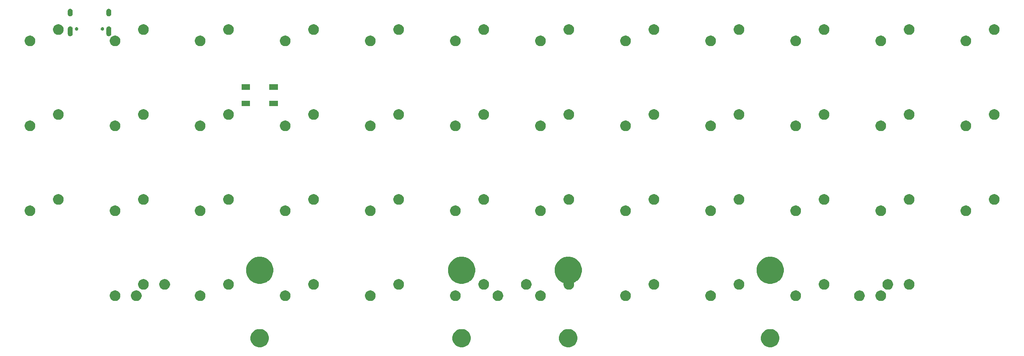
<source format=gbr>
G04 #@! TF.GenerationSoftware,KiCad,Pcbnew,(5.1.2)-2*
G04 #@! TF.CreationDate,2020-03-20T20:31:01-05:00*
G04 #@! TF.ProjectId,Schwann_Rev0.5,53636877-616e-46e5-9f52-6576302e352e,rev?*
G04 #@! TF.SameCoordinates,Original*
G04 #@! TF.FileFunction,Soldermask,Top*
G04 #@! TF.FilePolarity,Negative*
%FSLAX46Y46*%
G04 Gerber Fmt 4.6, Leading zero omitted, Abs format (unit mm)*
G04 Created by KiCad (PCBNEW (5.1.2)-2) date 2020-03-20 20:31:01*
%MOMM*%
%LPD*%
G04 APERTURE LIST*
%ADD10C,0.100000*%
G04 APERTURE END LIST*
D10*
G36*
X206704504Y-142681568D02*
G01*
X207077761Y-142836176D01*
X207077763Y-142836177D01*
X207413686Y-143060634D01*
X207699366Y-143346314D01*
X207923824Y-143682239D01*
X208078432Y-144055496D01*
X208157250Y-144451743D01*
X208157250Y-144855757D01*
X208078432Y-145252004D01*
X207923824Y-145625261D01*
X207923823Y-145625263D01*
X207699366Y-145961186D01*
X207413686Y-146246866D01*
X207077763Y-146471323D01*
X207077762Y-146471324D01*
X207077761Y-146471324D01*
X206704504Y-146625932D01*
X206308257Y-146704750D01*
X205904243Y-146704750D01*
X205507996Y-146625932D01*
X205134739Y-146471324D01*
X205134738Y-146471324D01*
X205134737Y-146471323D01*
X204798814Y-146246866D01*
X204513134Y-145961186D01*
X204288677Y-145625263D01*
X204288676Y-145625261D01*
X204134068Y-145252004D01*
X204055250Y-144855757D01*
X204055250Y-144451743D01*
X204134068Y-144055496D01*
X204288676Y-143682239D01*
X204513134Y-143346314D01*
X204798814Y-143060634D01*
X205134737Y-142836177D01*
X205134739Y-142836176D01*
X205507996Y-142681568D01*
X205904243Y-142602750D01*
X206308257Y-142602750D01*
X206704504Y-142681568D01*
X206704504Y-142681568D01*
G37*
G36*
X92404504Y-142681568D02*
G01*
X92777761Y-142836176D01*
X92777763Y-142836177D01*
X93113686Y-143060634D01*
X93399366Y-143346314D01*
X93623824Y-143682239D01*
X93778432Y-144055496D01*
X93857250Y-144451743D01*
X93857250Y-144855757D01*
X93778432Y-145252004D01*
X93623824Y-145625261D01*
X93623823Y-145625263D01*
X93399366Y-145961186D01*
X93113686Y-146246866D01*
X92777763Y-146471323D01*
X92777762Y-146471324D01*
X92777761Y-146471324D01*
X92404504Y-146625932D01*
X92008257Y-146704750D01*
X91604243Y-146704750D01*
X91207996Y-146625932D01*
X90834739Y-146471324D01*
X90834738Y-146471324D01*
X90834737Y-146471323D01*
X90498814Y-146246866D01*
X90213134Y-145961186D01*
X89988677Y-145625263D01*
X89988676Y-145625261D01*
X89834068Y-145252004D01*
X89755250Y-144855757D01*
X89755250Y-144451743D01*
X89834068Y-144055496D01*
X89988676Y-143682239D01*
X90213134Y-143346314D01*
X90498814Y-143060634D01*
X90834737Y-142836177D01*
X90834739Y-142836176D01*
X91207996Y-142681568D01*
X91604243Y-142602750D01*
X92008257Y-142602750D01*
X92404504Y-142681568D01*
X92404504Y-142681568D01*
G37*
G36*
X137616504Y-142681568D02*
G01*
X137989761Y-142836176D01*
X137989763Y-142836177D01*
X138325686Y-143060634D01*
X138611366Y-143346314D01*
X138835824Y-143682239D01*
X138990432Y-144055496D01*
X139069250Y-144451743D01*
X139069250Y-144855757D01*
X138990432Y-145252004D01*
X138835824Y-145625261D01*
X138835823Y-145625263D01*
X138611366Y-145961186D01*
X138325686Y-146246866D01*
X137989763Y-146471323D01*
X137989762Y-146471324D01*
X137989761Y-146471324D01*
X137616504Y-146625932D01*
X137220257Y-146704750D01*
X136816243Y-146704750D01*
X136419996Y-146625932D01*
X136046739Y-146471324D01*
X136046738Y-146471324D01*
X136046737Y-146471323D01*
X135710814Y-146246866D01*
X135425134Y-145961186D01*
X135200677Y-145625263D01*
X135200676Y-145625261D01*
X135046068Y-145252004D01*
X134967250Y-144855757D01*
X134967250Y-144451743D01*
X135046068Y-144055496D01*
X135200676Y-143682239D01*
X135425134Y-143346314D01*
X135710814Y-143060634D01*
X136046737Y-142836177D01*
X136046739Y-142836176D01*
X136419996Y-142681568D01*
X136816243Y-142602750D01*
X137220257Y-142602750D01*
X137616504Y-142681568D01*
X137616504Y-142681568D01*
G37*
G36*
X161492504Y-142681568D02*
G01*
X161865761Y-142836176D01*
X161865763Y-142836177D01*
X162201686Y-143060634D01*
X162487366Y-143346314D01*
X162711824Y-143682239D01*
X162866432Y-144055496D01*
X162945250Y-144451743D01*
X162945250Y-144855757D01*
X162866432Y-145252004D01*
X162711824Y-145625261D01*
X162711823Y-145625263D01*
X162487366Y-145961186D01*
X162201686Y-146246866D01*
X161865763Y-146471323D01*
X161865762Y-146471324D01*
X161865761Y-146471324D01*
X161492504Y-146625932D01*
X161096257Y-146704750D01*
X160692243Y-146704750D01*
X160295996Y-146625932D01*
X159922739Y-146471324D01*
X159922738Y-146471324D01*
X159922737Y-146471323D01*
X159586814Y-146246866D01*
X159301134Y-145961186D01*
X159076677Y-145625263D01*
X159076676Y-145625261D01*
X158922068Y-145252004D01*
X158843250Y-144855757D01*
X158843250Y-144451743D01*
X158922068Y-144055496D01*
X159076676Y-143682239D01*
X159301134Y-143346314D01*
X159586814Y-143060634D01*
X159922737Y-142836177D01*
X159922739Y-142836176D01*
X160295996Y-142681568D01*
X160692243Y-142602750D01*
X161096257Y-142602750D01*
X161492504Y-142681568D01*
X161492504Y-142681568D01*
G37*
G36*
X145494526Y-133980634D02*
G01*
X145711819Y-134070640D01*
X145711821Y-134070641D01*
X145907380Y-134201310D01*
X146073690Y-134367620D01*
X146204360Y-134563181D01*
X146294366Y-134780474D01*
X146340250Y-135011150D01*
X146340250Y-135246350D01*
X146294366Y-135477026D01*
X146204360Y-135694319D01*
X146204359Y-135694321D01*
X146073690Y-135889880D01*
X145907380Y-136056190D01*
X145711821Y-136186859D01*
X145711820Y-136186860D01*
X145711819Y-136186860D01*
X145494526Y-136276866D01*
X145263850Y-136322750D01*
X145028650Y-136322750D01*
X144797974Y-136276866D01*
X144580681Y-136186860D01*
X144580680Y-136186860D01*
X144580679Y-136186859D01*
X144385120Y-136056190D01*
X144218810Y-135889880D01*
X144088141Y-135694321D01*
X144088140Y-135694319D01*
X143998134Y-135477026D01*
X143952250Y-135246350D01*
X143952250Y-135011150D01*
X143998134Y-134780474D01*
X144088140Y-134563181D01*
X144218810Y-134367620D01*
X144385120Y-134201310D01*
X144580679Y-134070641D01*
X144580681Y-134070640D01*
X144797974Y-133980634D01*
X145028650Y-133934750D01*
X145263850Y-133934750D01*
X145494526Y-133980634D01*
X145494526Y-133980634D01*
G37*
G36*
X212169526Y-133980634D02*
G01*
X212386819Y-134070640D01*
X212386821Y-134070641D01*
X212582380Y-134201310D01*
X212748690Y-134367620D01*
X212879360Y-134563181D01*
X212969366Y-134780474D01*
X213015250Y-135011150D01*
X213015250Y-135246350D01*
X212969366Y-135477026D01*
X212879360Y-135694319D01*
X212879359Y-135694321D01*
X212748690Y-135889880D01*
X212582380Y-136056190D01*
X212386821Y-136186859D01*
X212386820Y-136186860D01*
X212386819Y-136186860D01*
X212169526Y-136276866D01*
X211938850Y-136322750D01*
X211703650Y-136322750D01*
X211472974Y-136276866D01*
X211255681Y-136186860D01*
X211255680Y-136186860D01*
X211255679Y-136186859D01*
X211060120Y-136056190D01*
X210893810Y-135889880D01*
X210763141Y-135694321D01*
X210763140Y-135694319D01*
X210673134Y-135477026D01*
X210627250Y-135246350D01*
X210627250Y-135011150D01*
X210673134Y-134780474D01*
X210763140Y-134563181D01*
X210893810Y-134367620D01*
X211060120Y-134201310D01*
X211255679Y-134070641D01*
X211255681Y-134070640D01*
X211472974Y-133980634D01*
X211703650Y-133934750D01*
X211938850Y-133934750D01*
X212169526Y-133980634D01*
X212169526Y-133980634D01*
G37*
G36*
X174069526Y-133980634D02*
G01*
X174286819Y-134070640D01*
X174286821Y-134070641D01*
X174482380Y-134201310D01*
X174648690Y-134367620D01*
X174779360Y-134563181D01*
X174869366Y-134780474D01*
X174915250Y-135011150D01*
X174915250Y-135246350D01*
X174869366Y-135477026D01*
X174779360Y-135694319D01*
X174779359Y-135694321D01*
X174648690Y-135889880D01*
X174482380Y-136056190D01*
X174286821Y-136186859D01*
X174286820Y-136186860D01*
X174286819Y-136186860D01*
X174069526Y-136276866D01*
X173838850Y-136322750D01*
X173603650Y-136322750D01*
X173372974Y-136276866D01*
X173155681Y-136186860D01*
X173155680Y-136186860D01*
X173155679Y-136186859D01*
X172960120Y-136056190D01*
X172793810Y-135889880D01*
X172663141Y-135694321D01*
X172663140Y-135694319D01*
X172573134Y-135477026D01*
X172527250Y-135246350D01*
X172527250Y-135011150D01*
X172573134Y-134780474D01*
X172663140Y-134563181D01*
X172793810Y-134367620D01*
X172960120Y-134201310D01*
X173155679Y-134070641D01*
X173155681Y-134070640D01*
X173372974Y-133980634D01*
X173603650Y-133934750D01*
X173838850Y-133934750D01*
X174069526Y-133980634D01*
X174069526Y-133980634D01*
G37*
G36*
X155019526Y-133980634D02*
G01*
X155236819Y-134070640D01*
X155236821Y-134070641D01*
X155432380Y-134201310D01*
X155598690Y-134367620D01*
X155729360Y-134563181D01*
X155819366Y-134780474D01*
X155865250Y-135011150D01*
X155865250Y-135246350D01*
X155819366Y-135477026D01*
X155729360Y-135694319D01*
X155729359Y-135694321D01*
X155598690Y-135889880D01*
X155432380Y-136056190D01*
X155236821Y-136186859D01*
X155236820Y-136186860D01*
X155236819Y-136186860D01*
X155019526Y-136276866D01*
X154788850Y-136322750D01*
X154553650Y-136322750D01*
X154322974Y-136276866D01*
X154105681Y-136186860D01*
X154105680Y-136186860D01*
X154105679Y-136186859D01*
X153910120Y-136056190D01*
X153743810Y-135889880D01*
X153613141Y-135694321D01*
X153613140Y-135694319D01*
X153523134Y-135477026D01*
X153477250Y-135246350D01*
X153477250Y-135011150D01*
X153523134Y-134780474D01*
X153613140Y-134563181D01*
X153743810Y-134367620D01*
X153910120Y-134201310D01*
X154105679Y-134070641D01*
X154105681Y-134070640D01*
X154322974Y-133980634D01*
X154553650Y-133934750D01*
X154788850Y-133934750D01*
X155019526Y-133980634D01*
X155019526Y-133980634D01*
G37*
G36*
X135969526Y-133980634D02*
G01*
X136186819Y-134070640D01*
X136186821Y-134070641D01*
X136382380Y-134201310D01*
X136548690Y-134367620D01*
X136679360Y-134563181D01*
X136769366Y-134780474D01*
X136815250Y-135011150D01*
X136815250Y-135246350D01*
X136769366Y-135477026D01*
X136679360Y-135694319D01*
X136679359Y-135694321D01*
X136548690Y-135889880D01*
X136382380Y-136056190D01*
X136186821Y-136186859D01*
X136186820Y-136186860D01*
X136186819Y-136186860D01*
X135969526Y-136276866D01*
X135738850Y-136322750D01*
X135503650Y-136322750D01*
X135272974Y-136276866D01*
X135055681Y-136186860D01*
X135055680Y-136186860D01*
X135055679Y-136186859D01*
X134860120Y-136056190D01*
X134693810Y-135889880D01*
X134563141Y-135694321D01*
X134563140Y-135694319D01*
X134473134Y-135477026D01*
X134427250Y-135246350D01*
X134427250Y-135011150D01*
X134473134Y-134780474D01*
X134563140Y-134563181D01*
X134693810Y-134367620D01*
X134860120Y-134201310D01*
X135055679Y-134070641D01*
X135055681Y-134070640D01*
X135272974Y-133980634D01*
X135503650Y-133934750D01*
X135738850Y-133934750D01*
X135969526Y-133980634D01*
X135969526Y-133980634D01*
G37*
G36*
X116919526Y-133980634D02*
G01*
X117136819Y-134070640D01*
X117136821Y-134070641D01*
X117332380Y-134201310D01*
X117498690Y-134367620D01*
X117629360Y-134563181D01*
X117719366Y-134780474D01*
X117765250Y-135011150D01*
X117765250Y-135246350D01*
X117719366Y-135477026D01*
X117629360Y-135694319D01*
X117629359Y-135694321D01*
X117498690Y-135889880D01*
X117332380Y-136056190D01*
X117136821Y-136186859D01*
X117136820Y-136186860D01*
X117136819Y-136186860D01*
X116919526Y-136276866D01*
X116688850Y-136322750D01*
X116453650Y-136322750D01*
X116222974Y-136276866D01*
X116005681Y-136186860D01*
X116005680Y-136186860D01*
X116005679Y-136186859D01*
X115810120Y-136056190D01*
X115643810Y-135889880D01*
X115513141Y-135694321D01*
X115513140Y-135694319D01*
X115423134Y-135477026D01*
X115377250Y-135246350D01*
X115377250Y-135011150D01*
X115423134Y-134780474D01*
X115513140Y-134563181D01*
X115643810Y-134367620D01*
X115810120Y-134201310D01*
X116005679Y-134070641D01*
X116005681Y-134070640D01*
X116222974Y-133980634D01*
X116453650Y-133934750D01*
X116688850Y-133934750D01*
X116919526Y-133980634D01*
X116919526Y-133980634D01*
G37*
G36*
X193119526Y-133980634D02*
G01*
X193336819Y-134070640D01*
X193336821Y-134070641D01*
X193532380Y-134201310D01*
X193698690Y-134367620D01*
X193829360Y-134563181D01*
X193919366Y-134780474D01*
X193965250Y-135011150D01*
X193965250Y-135246350D01*
X193919366Y-135477026D01*
X193829360Y-135694319D01*
X193829359Y-135694321D01*
X193698690Y-135889880D01*
X193532380Y-136056190D01*
X193336821Y-136186859D01*
X193336820Y-136186860D01*
X193336819Y-136186860D01*
X193119526Y-136276866D01*
X192888850Y-136322750D01*
X192653650Y-136322750D01*
X192422974Y-136276866D01*
X192205681Y-136186860D01*
X192205680Y-136186860D01*
X192205679Y-136186859D01*
X192010120Y-136056190D01*
X191843810Y-135889880D01*
X191713141Y-135694321D01*
X191713140Y-135694319D01*
X191623134Y-135477026D01*
X191577250Y-135246350D01*
X191577250Y-135011150D01*
X191623134Y-134780474D01*
X191713140Y-134563181D01*
X191843810Y-134367620D01*
X192010120Y-134201310D01*
X192205679Y-134070641D01*
X192205681Y-134070640D01*
X192422974Y-133980634D01*
X192653650Y-133934750D01*
X192888850Y-133934750D01*
X193119526Y-133980634D01*
X193119526Y-133980634D01*
G37*
G36*
X59769526Y-133980634D02*
G01*
X59986819Y-134070640D01*
X59986821Y-134070641D01*
X60182380Y-134201310D01*
X60348690Y-134367620D01*
X60479360Y-134563181D01*
X60569366Y-134780474D01*
X60615250Y-135011150D01*
X60615250Y-135246350D01*
X60569366Y-135477026D01*
X60479360Y-135694319D01*
X60479359Y-135694321D01*
X60348690Y-135889880D01*
X60182380Y-136056190D01*
X59986821Y-136186859D01*
X59986820Y-136186860D01*
X59986819Y-136186860D01*
X59769526Y-136276866D01*
X59538850Y-136322750D01*
X59303650Y-136322750D01*
X59072974Y-136276866D01*
X58855681Y-136186860D01*
X58855680Y-136186860D01*
X58855679Y-136186859D01*
X58660120Y-136056190D01*
X58493810Y-135889880D01*
X58363141Y-135694321D01*
X58363140Y-135694319D01*
X58273134Y-135477026D01*
X58227250Y-135246350D01*
X58227250Y-135011150D01*
X58273134Y-134780474D01*
X58363140Y-134563181D01*
X58493810Y-134367620D01*
X58660120Y-134201310D01*
X58855679Y-134070641D01*
X58855681Y-134070640D01*
X59072974Y-133980634D01*
X59303650Y-133934750D01*
X59538850Y-133934750D01*
X59769526Y-133980634D01*
X59769526Y-133980634D01*
G37*
G36*
X64532026Y-133980634D02*
G01*
X64749319Y-134070640D01*
X64749321Y-134070641D01*
X64944880Y-134201310D01*
X65111190Y-134367620D01*
X65241860Y-134563181D01*
X65331866Y-134780474D01*
X65377750Y-135011150D01*
X65377750Y-135246350D01*
X65331866Y-135477026D01*
X65241860Y-135694319D01*
X65241859Y-135694321D01*
X65111190Y-135889880D01*
X64944880Y-136056190D01*
X64749321Y-136186859D01*
X64749320Y-136186860D01*
X64749319Y-136186860D01*
X64532026Y-136276866D01*
X64301350Y-136322750D01*
X64066150Y-136322750D01*
X63835474Y-136276866D01*
X63618181Y-136186860D01*
X63618180Y-136186860D01*
X63618179Y-136186859D01*
X63422620Y-136056190D01*
X63256310Y-135889880D01*
X63125641Y-135694321D01*
X63125640Y-135694319D01*
X63035634Y-135477026D01*
X62989750Y-135246350D01*
X62989750Y-135011150D01*
X63035634Y-134780474D01*
X63125640Y-134563181D01*
X63256310Y-134367620D01*
X63422620Y-134201310D01*
X63618179Y-134070641D01*
X63618181Y-134070640D01*
X63835474Y-133980634D01*
X64066150Y-133934750D01*
X64301350Y-133934750D01*
X64532026Y-133980634D01*
X64532026Y-133980634D01*
G37*
G36*
X231219526Y-133980634D02*
G01*
X231436819Y-134070640D01*
X231436821Y-134070641D01*
X231632380Y-134201310D01*
X231798690Y-134367620D01*
X231929360Y-134563181D01*
X232019366Y-134780474D01*
X232065250Y-135011150D01*
X232065250Y-135246350D01*
X232019366Y-135477026D01*
X231929360Y-135694319D01*
X231929359Y-135694321D01*
X231798690Y-135889880D01*
X231632380Y-136056190D01*
X231436821Y-136186859D01*
X231436820Y-136186860D01*
X231436819Y-136186860D01*
X231219526Y-136276866D01*
X230988850Y-136322750D01*
X230753650Y-136322750D01*
X230522974Y-136276866D01*
X230305681Y-136186860D01*
X230305680Y-136186860D01*
X230305679Y-136186859D01*
X230110120Y-136056190D01*
X229943810Y-135889880D01*
X229813141Y-135694321D01*
X229813140Y-135694319D01*
X229723134Y-135477026D01*
X229677250Y-135246350D01*
X229677250Y-135011150D01*
X229723134Y-134780474D01*
X229813140Y-134563181D01*
X229943810Y-134367620D01*
X230110120Y-134201310D01*
X230305679Y-134070641D01*
X230305681Y-134070640D01*
X230522974Y-133980634D01*
X230753650Y-133934750D01*
X230988850Y-133934750D01*
X231219526Y-133980634D01*
X231219526Y-133980634D01*
G37*
G36*
X226457026Y-133980634D02*
G01*
X226674319Y-134070640D01*
X226674321Y-134070641D01*
X226869880Y-134201310D01*
X227036190Y-134367620D01*
X227166860Y-134563181D01*
X227256866Y-134780474D01*
X227302750Y-135011150D01*
X227302750Y-135246350D01*
X227256866Y-135477026D01*
X227166860Y-135694319D01*
X227166859Y-135694321D01*
X227036190Y-135889880D01*
X226869880Y-136056190D01*
X226674321Y-136186859D01*
X226674320Y-136186860D01*
X226674319Y-136186860D01*
X226457026Y-136276866D01*
X226226350Y-136322750D01*
X225991150Y-136322750D01*
X225760474Y-136276866D01*
X225543181Y-136186860D01*
X225543180Y-136186860D01*
X225543179Y-136186859D01*
X225347620Y-136056190D01*
X225181310Y-135889880D01*
X225050641Y-135694321D01*
X225050640Y-135694319D01*
X224960634Y-135477026D01*
X224914750Y-135246350D01*
X224914750Y-135011150D01*
X224960634Y-134780474D01*
X225050640Y-134563181D01*
X225181310Y-134367620D01*
X225347620Y-134201310D01*
X225543179Y-134070641D01*
X225543181Y-134070640D01*
X225760474Y-133980634D01*
X225991150Y-133934750D01*
X226226350Y-133934750D01*
X226457026Y-133980634D01*
X226457026Y-133980634D01*
G37*
G36*
X78819526Y-133980634D02*
G01*
X79036819Y-134070640D01*
X79036821Y-134070641D01*
X79232380Y-134201310D01*
X79398690Y-134367620D01*
X79529360Y-134563181D01*
X79619366Y-134780474D01*
X79665250Y-135011150D01*
X79665250Y-135246350D01*
X79619366Y-135477026D01*
X79529360Y-135694319D01*
X79529359Y-135694321D01*
X79398690Y-135889880D01*
X79232380Y-136056190D01*
X79036821Y-136186859D01*
X79036820Y-136186860D01*
X79036819Y-136186860D01*
X78819526Y-136276866D01*
X78588850Y-136322750D01*
X78353650Y-136322750D01*
X78122974Y-136276866D01*
X77905681Y-136186860D01*
X77905680Y-136186860D01*
X77905679Y-136186859D01*
X77710120Y-136056190D01*
X77543810Y-135889880D01*
X77413141Y-135694321D01*
X77413140Y-135694319D01*
X77323134Y-135477026D01*
X77277250Y-135246350D01*
X77277250Y-135011150D01*
X77323134Y-134780474D01*
X77413140Y-134563181D01*
X77543810Y-134367620D01*
X77710120Y-134201310D01*
X77905679Y-134070641D01*
X77905681Y-134070640D01*
X78122974Y-133980634D01*
X78353650Y-133934750D01*
X78588850Y-133934750D01*
X78819526Y-133980634D01*
X78819526Y-133980634D01*
G37*
G36*
X97869526Y-133980634D02*
G01*
X98086819Y-134070640D01*
X98086821Y-134070641D01*
X98282380Y-134201310D01*
X98448690Y-134367620D01*
X98579360Y-134563181D01*
X98669366Y-134780474D01*
X98715250Y-135011150D01*
X98715250Y-135246350D01*
X98669366Y-135477026D01*
X98579360Y-135694319D01*
X98579359Y-135694321D01*
X98448690Y-135889880D01*
X98282380Y-136056190D01*
X98086821Y-136186859D01*
X98086820Y-136186860D01*
X98086819Y-136186860D01*
X97869526Y-136276866D01*
X97638850Y-136322750D01*
X97403650Y-136322750D01*
X97172974Y-136276866D01*
X96955681Y-136186860D01*
X96955680Y-136186860D01*
X96955679Y-136186859D01*
X96760120Y-136056190D01*
X96593810Y-135889880D01*
X96463141Y-135694321D01*
X96463140Y-135694319D01*
X96373134Y-135477026D01*
X96327250Y-135246350D01*
X96327250Y-135011150D01*
X96373134Y-134780474D01*
X96463140Y-134563181D01*
X96593810Y-134367620D01*
X96760120Y-134201310D01*
X96955679Y-134070641D01*
X96955681Y-134070640D01*
X97172974Y-133980634D01*
X97403650Y-133934750D01*
X97638850Y-133934750D01*
X97869526Y-133980634D01*
X97869526Y-133980634D01*
G37*
G36*
X142319526Y-131440634D02*
G01*
X142536819Y-131530640D01*
X142536821Y-131530641D01*
X142732380Y-131661310D01*
X142898690Y-131827620D01*
X143029360Y-132023181D01*
X143119366Y-132240474D01*
X143165250Y-132471150D01*
X143165250Y-132706350D01*
X143119366Y-132937026D01*
X143029360Y-133154319D01*
X143029359Y-133154321D01*
X142898690Y-133349880D01*
X142732380Y-133516190D01*
X142536821Y-133646859D01*
X142536820Y-133646860D01*
X142536819Y-133646860D01*
X142319526Y-133736866D01*
X142088850Y-133782750D01*
X141853650Y-133782750D01*
X141622974Y-133736866D01*
X141405681Y-133646860D01*
X141405680Y-133646860D01*
X141405679Y-133646859D01*
X141210120Y-133516190D01*
X141043810Y-133349880D01*
X140913141Y-133154321D01*
X140913140Y-133154319D01*
X140823134Y-132937026D01*
X140777250Y-132706350D01*
X140777250Y-132471150D01*
X140823134Y-132240474D01*
X140913140Y-132023181D01*
X141043810Y-131827620D01*
X141210120Y-131661310D01*
X141405679Y-131530641D01*
X141405681Y-131530640D01*
X141622974Y-131440634D01*
X141853650Y-131394750D01*
X142088850Y-131394750D01*
X142319526Y-131440634D01*
X142319526Y-131440634D01*
G37*
G36*
X232807026Y-131440634D02*
G01*
X233024319Y-131530640D01*
X233024321Y-131530641D01*
X233219880Y-131661310D01*
X233386190Y-131827620D01*
X233516860Y-132023181D01*
X233606866Y-132240474D01*
X233652750Y-132471150D01*
X233652750Y-132706350D01*
X233606866Y-132937026D01*
X233516860Y-133154319D01*
X233516859Y-133154321D01*
X233386190Y-133349880D01*
X233219880Y-133516190D01*
X233024321Y-133646859D01*
X233024320Y-133646860D01*
X233024319Y-133646860D01*
X232807026Y-133736866D01*
X232576350Y-133782750D01*
X232341150Y-133782750D01*
X232110474Y-133736866D01*
X231893181Y-133646860D01*
X231893180Y-133646860D01*
X231893179Y-133646859D01*
X231697620Y-133516190D01*
X231531310Y-133349880D01*
X231400641Y-133154321D01*
X231400640Y-133154319D01*
X231310634Y-132937026D01*
X231264750Y-132706350D01*
X231264750Y-132471150D01*
X231310634Y-132240474D01*
X231400640Y-132023181D01*
X231531310Y-131827620D01*
X231697620Y-131661310D01*
X231893179Y-131530641D01*
X231893181Y-131530640D01*
X232110474Y-131440634D01*
X232341150Y-131394750D01*
X232576350Y-131394750D01*
X232807026Y-131440634D01*
X232807026Y-131440634D01*
G37*
G36*
X70882026Y-131440634D02*
G01*
X71099319Y-131530640D01*
X71099321Y-131530641D01*
X71294880Y-131661310D01*
X71461190Y-131827620D01*
X71591860Y-132023181D01*
X71681866Y-132240474D01*
X71727750Y-132471150D01*
X71727750Y-132706350D01*
X71681866Y-132937026D01*
X71591860Y-133154319D01*
X71591859Y-133154321D01*
X71461190Y-133349880D01*
X71294880Y-133516190D01*
X71099321Y-133646859D01*
X71099320Y-133646860D01*
X71099319Y-133646860D01*
X70882026Y-133736866D01*
X70651350Y-133782750D01*
X70416150Y-133782750D01*
X70185474Y-133736866D01*
X69968181Y-133646860D01*
X69968180Y-133646860D01*
X69968179Y-133646859D01*
X69772620Y-133516190D01*
X69606310Y-133349880D01*
X69475641Y-133154321D01*
X69475640Y-133154319D01*
X69385634Y-132937026D01*
X69339750Y-132706350D01*
X69339750Y-132471150D01*
X69385634Y-132240474D01*
X69475640Y-132023181D01*
X69606310Y-131827620D01*
X69772620Y-131661310D01*
X69968179Y-131530641D01*
X69968181Y-131530640D01*
X70185474Y-131440634D01*
X70416150Y-131394750D01*
X70651350Y-131394750D01*
X70882026Y-131440634D01*
X70882026Y-131440634D01*
G37*
G36*
X237569526Y-131440634D02*
G01*
X237786819Y-131530640D01*
X237786821Y-131530641D01*
X237982380Y-131661310D01*
X238148690Y-131827620D01*
X238279360Y-132023181D01*
X238369366Y-132240474D01*
X238415250Y-132471150D01*
X238415250Y-132706350D01*
X238369366Y-132937026D01*
X238279360Y-133154319D01*
X238279359Y-133154321D01*
X238148690Y-133349880D01*
X237982380Y-133516190D01*
X237786821Y-133646859D01*
X237786820Y-133646860D01*
X237786819Y-133646860D01*
X237569526Y-133736866D01*
X237338850Y-133782750D01*
X237103650Y-133782750D01*
X236872974Y-133736866D01*
X236655681Y-133646860D01*
X236655680Y-133646860D01*
X236655679Y-133646859D01*
X236460120Y-133516190D01*
X236293810Y-133349880D01*
X236163141Y-133154321D01*
X236163140Y-133154319D01*
X236073134Y-132937026D01*
X236027250Y-132706350D01*
X236027250Y-132471150D01*
X236073134Y-132240474D01*
X236163140Y-132023181D01*
X236293810Y-131827620D01*
X236460120Y-131661310D01*
X236655679Y-131530641D01*
X236655681Y-131530640D01*
X236872974Y-131440634D01*
X237103650Y-131394750D01*
X237338850Y-131394750D01*
X237569526Y-131440634D01*
X237569526Y-131440634D01*
G37*
G36*
X151844526Y-131440634D02*
G01*
X152061819Y-131530640D01*
X152061821Y-131530641D01*
X152257380Y-131661310D01*
X152423690Y-131827620D01*
X152554360Y-132023181D01*
X152644366Y-132240474D01*
X152690250Y-132471150D01*
X152690250Y-132706350D01*
X152644366Y-132937026D01*
X152554360Y-133154319D01*
X152554359Y-133154321D01*
X152423690Y-133349880D01*
X152257380Y-133516190D01*
X152061821Y-133646859D01*
X152061820Y-133646860D01*
X152061819Y-133646860D01*
X151844526Y-133736866D01*
X151613850Y-133782750D01*
X151378650Y-133782750D01*
X151147974Y-133736866D01*
X150930681Y-133646860D01*
X150930680Y-133646860D01*
X150930679Y-133646859D01*
X150735120Y-133516190D01*
X150568810Y-133349880D01*
X150438141Y-133154321D01*
X150438140Y-133154319D01*
X150348134Y-132937026D01*
X150302250Y-132706350D01*
X150302250Y-132471150D01*
X150348134Y-132240474D01*
X150438140Y-132023181D01*
X150568810Y-131827620D01*
X150735120Y-131661310D01*
X150930679Y-131530641D01*
X150930681Y-131530640D01*
X151147974Y-131440634D01*
X151378650Y-131394750D01*
X151613850Y-131394750D01*
X151844526Y-131440634D01*
X151844526Y-131440634D01*
G37*
G36*
X85169526Y-131440634D02*
G01*
X85386819Y-131530640D01*
X85386821Y-131530641D01*
X85582380Y-131661310D01*
X85748690Y-131827620D01*
X85879360Y-132023181D01*
X85969366Y-132240474D01*
X86015250Y-132471150D01*
X86015250Y-132706350D01*
X85969366Y-132937026D01*
X85879360Y-133154319D01*
X85879359Y-133154321D01*
X85748690Y-133349880D01*
X85582380Y-133516190D01*
X85386821Y-133646859D01*
X85386820Y-133646860D01*
X85386819Y-133646860D01*
X85169526Y-133736866D01*
X84938850Y-133782750D01*
X84703650Y-133782750D01*
X84472974Y-133736866D01*
X84255681Y-133646860D01*
X84255680Y-133646860D01*
X84255679Y-133646859D01*
X84060120Y-133516190D01*
X83893810Y-133349880D01*
X83763141Y-133154321D01*
X83763140Y-133154319D01*
X83673134Y-132937026D01*
X83627250Y-132706350D01*
X83627250Y-132471150D01*
X83673134Y-132240474D01*
X83763140Y-132023181D01*
X83893810Y-131827620D01*
X84060120Y-131661310D01*
X84255679Y-131530641D01*
X84255681Y-131530640D01*
X84472974Y-131440634D01*
X84703650Y-131394750D01*
X84938850Y-131394750D01*
X85169526Y-131440634D01*
X85169526Y-131440634D01*
G37*
G36*
X104219526Y-131440634D02*
G01*
X104436819Y-131530640D01*
X104436821Y-131530641D01*
X104632380Y-131661310D01*
X104798690Y-131827620D01*
X104929360Y-132023181D01*
X105019366Y-132240474D01*
X105065250Y-132471150D01*
X105065250Y-132706350D01*
X105019366Y-132937026D01*
X104929360Y-133154319D01*
X104929359Y-133154321D01*
X104798690Y-133349880D01*
X104632380Y-133516190D01*
X104436821Y-133646859D01*
X104436820Y-133646860D01*
X104436819Y-133646860D01*
X104219526Y-133736866D01*
X103988850Y-133782750D01*
X103753650Y-133782750D01*
X103522974Y-133736866D01*
X103305681Y-133646860D01*
X103305680Y-133646860D01*
X103305679Y-133646859D01*
X103110120Y-133516190D01*
X102943810Y-133349880D01*
X102813141Y-133154321D01*
X102813140Y-133154319D01*
X102723134Y-132937026D01*
X102677250Y-132706350D01*
X102677250Y-132471150D01*
X102723134Y-132240474D01*
X102813140Y-132023181D01*
X102943810Y-131827620D01*
X103110120Y-131661310D01*
X103305679Y-131530641D01*
X103305681Y-131530640D01*
X103522974Y-131440634D01*
X103753650Y-131394750D01*
X103988850Y-131394750D01*
X104219526Y-131440634D01*
X104219526Y-131440634D01*
G37*
G36*
X218519526Y-131440634D02*
G01*
X218736819Y-131530640D01*
X218736821Y-131530641D01*
X218932380Y-131661310D01*
X219098690Y-131827620D01*
X219229360Y-132023181D01*
X219319366Y-132240474D01*
X219365250Y-132471150D01*
X219365250Y-132706350D01*
X219319366Y-132937026D01*
X219229360Y-133154319D01*
X219229359Y-133154321D01*
X219098690Y-133349880D01*
X218932380Y-133516190D01*
X218736821Y-133646859D01*
X218736820Y-133646860D01*
X218736819Y-133646860D01*
X218519526Y-133736866D01*
X218288850Y-133782750D01*
X218053650Y-133782750D01*
X217822974Y-133736866D01*
X217605681Y-133646860D01*
X217605680Y-133646860D01*
X217605679Y-133646859D01*
X217410120Y-133516190D01*
X217243810Y-133349880D01*
X217113141Y-133154321D01*
X217113140Y-133154319D01*
X217023134Y-132937026D01*
X216977250Y-132706350D01*
X216977250Y-132471150D01*
X217023134Y-132240474D01*
X217113140Y-132023181D01*
X217243810Y-131827620D01*
X217410120Y-131661310D01*
X217605679Y-131530641D01*
X217605681Y-131530640D01*
X217822974Y-131440634D01*
X218053650Y-131394750D01*
X218288850Y-131394750D01*
X218519526Y-131440634D01*
X218519526Y-131440634D01*
G37*
G36*
X123269526Y-131440634D02*
G01*
X123486819Y-131530640D01*
X123486821Y-131530641D01*
X123682380Y-131661310D01*
X123848690Y-131827620D01*
X123979360Y-132023181D01*
X124069366Y-132240474D01*
X124115250Y-132471150D01*
X124115250Y-132706350D01*
X124069366Y-132937026D01*
X123979360Y-133154319D01*
X123979359Y-133154321D01*
X123848690Y-133349880D01*
X123682380Y-133516190D01*
X123486821Y-133646859D01*
X123486820Y-133646860D01*
X123486819Y-133646860D01*
X123269526Y-133736866D01*
X123038850Y-133782750D01*
X122803650Y-133782750D01*
X122572974Y-133736866D01*
X122355681Y-133646860D01*
X122355680Y-133646860D01*
X122355679Y-133646859D01*
X122160120Y-133516190D01*
X121993810Y-133349880D01*
X121863141Y-133154321D01*
X121863140Y-133154319D01*
X121773134Y-132937026D01*
X121727250Y-132706350D01*
X121727250Y-132471150D01*
X121773134Y-132240474D01*
X121863140Y-132023181D01*
X121993810Y-131827620D01*
X122160120Y-131661310D01*
X122355679Y-131530641D01*
X122355681Y-131530640D01*
X122572974Y-131440634D01*
X122803650Y-131394750D01*
X123038850Y-131394750D01*
X123269526Y-131440634D01*
X123269526Y-131440634D01*
G37*
G36*
X199469526Y-131440634D02*
G01*
X199686819Y-131530640D01*
X199686821Y-131530641D01*
X199882380Y-131661310D01*
X200048690Y-131827620D01*
X200179360Y-132023181D01*
X200269366Y-132240474D01*
X200315250Y-132471150D01*
X200315250Y-132706350D01*
X200269366Y-132937026D01*
X200179360Y-133154319D01*
X200179359Y-133154321D01*
X200048690Y-133349880D01*
X199882380Y-133516190D01*
X199686821Y-133646859D01*
X199686820Y-133646860D01*
X199686819Y-133646860D01*
X199469526Y-133736866D01*
X199238850Y-133782750D01*
X199003650Y-133782750D01*
X198772974Y-133736866D01*
X198555681Y-133646860D01*
X198555680Y-133646860D01*
X198555679Y-133646859D01*
X198360120Y-133516190D01*
X198193810Y-133349880D01*
X198063141Y-133154321D01*
X198063140Y-133154319D01*
X197973134Y-132937026D01*
X197927250Y-132706350D01*
X197927250Y-132471150D01*
X197973134Y-132240474D01*
X198063140Y-132023181D01*
X198193810Y-131827620D01*
X198360120Y-131661310D01*
X198555679Y-131530641D01*
X198555681Y-131530640D01*
X198772974Y-131440634D01*
X199003650Y-131394750D01*
X199238850Y-131394750D01*
X199469526Y-131440634D01*
X199469526Y-131440634D01*
G37*
G36*
X66119526Y-131440634D02*
G01*
X66336819Y-131530640D01*
X66336821Y-131530641D01*
X66532380Y-131661310D01*
X66698690Y-131827620D01*
X66829360Y-132023181D01*
X66919366Y-132240474D01*
X66965250Y-132471150D01*
X66965250Y-132706350D01*
X66919366Y-132937026D01*
X66829360Y-133154319D01*
X66829359Y-133154321D01*
X66698690Y-133349880D01*
X66532380Y-133516190D01*
X66336821Y-133646859D01*
X66336820Y-133646860D01*
X66336819Y-133646860D01*
X66119526Y-133736866D01*
X65888850Y-133782750D01*
X65653650Y-133782750D01*
X65422974Y-133736866D01*
X65205681Y-133646860D01*
X65205680Y-133646860D01*
X65205679Y-133646859D01*
X65010120Y-133516190D01*
X64843810Y-133349880D01*
X64713141Y-133154321D01*
X64713140Y-133154319D01*
X64623134Y-132937026D01*
X64577250Y-132706350D01*
X64577250Y-132471150D01*
X64623134Y-132240474D01*
X64713140Y-132023181D01*
X64843810Y-131827620D01*
X65010120Y-131661310D01*
X65205679Y-131530641D01*
X65205681Y-131530640D01*
X65422974Y-131440634D01*
X65653650Y-131394750D01*
X65888850Y-131394750D01*
X66119526Y-131440634D01*
X66119526Y-131440634D01*
G37*
G36*
X161784193Y-126479998D02*
G01*
X162339439Y-126709988D01*
X162339440Y-126709989D01*
X162839149Y-127043884D01*
X163264116Y-127468851D01*
X163264117Y-127468853D01*
X163598012Y-127968561D01*
X163828002Y-128523807D01*
X163945250Y-129113251D01*
X163945250Y-129714249D01*
X163828002Y-130303693D01*
X163598012Y-130858939D01*
X163598011Y-130858940D01*
X163264116Y-131358649D01*
X162839149Y-131783616D01*
X162773292Y-131827620D01*
X162339439Y-132117512D01*
X162254490Y-132152699D01*
X162232879Y-132164250D01*
X162213937Y-132179795D01*
X162198392Y-132198737D01*
X162186841Y-132220348D01*
X162179728Y-132243797D01*
X162177326Y-132268183D01*
X162179728Y-132292569D01*
X162215250Y-132471150D01*
X162215250Y-132706350D01*
X162169366Y-132937026D01*
X162079360Y-133154319D01*
X162079359Y-133154321D01*
X161948690Y-133349880D01*
X161782380Y-133516190D01*
X161586821Y-133646859D01*
X161586820Y-133646860D01*
X161586819Y-133646860D01*
X161369526Y-133736866D01*
X161138850Y-133782750D01*
X160903650Y-133782750D01*
X160672974Y-133736866D01*
X160455681Y-133646860D01*
X160455680Y-133646860D01*
X160455679Y-133646859D01*
X160260120Y-133516190D01*
X160093810Y-133349880D01*
X159963141Y-133154321D01*
X159963140Y-133154319D01*
X159873134Y-132937026D01*
X159827250Y-132706350D01*
X159827250Y-132471149D01*
X159843437Y-132389769D01*
X159845839Y-132365383D01*
X159843437Y-132340997D01*
X159836324Y-132317548D01*
X159824772Y-132295938D01*
X159809227Y-132276996D01*
X159790285Y-132261451D01*
X159768675Y-132249900D01*
X159449061Y-132117512D01*
X159015208Y-131827620D01*
X158949351Y-131783616D01*
X158524384Y-131358649D01*
X158190489Y-130858940D01*
X158190488Y-130858939D01*
X157960498Y-130303693D01*
X157843250Y-129714249D01*
X157843250Y-129113251D01*
X157960498Y-128523807D01*
X158190488Y-127968561D01*
X158524383Y-127468853D01*
X158524384Y-127468851D01*
X158949351Y-127043884D01*
X159449060Y-126709989D01*
X159449061Y-126709988D01*
X160004307Y-126479998D01*
X160593751Y-126362750D01*
X161194749Y-126362750D01*
X161784193Y-126479998D01*
X161784193Y-126479998D01*
G37*
G36*
X180419526Y-131440634D02*
G01*
X180636819Y-131530640D01*
X180636821Y-131530641D01*
X180832380Y-131661310D01*
X180998690Y-131827620D01*
X181129360Y-132023181D01*
X181219366Y-132240474D01*
X181265250Y-132471150D01*
X181265250Y-132706350D01*
X181219366Y-132937026D01*
X181129360Y-133154319D01*
X181129359Y-133154321D01*
X180998690Y-133349880D01*
X180832380Y-133516190D01*
X180636821Y-133646859D01*
X180636820Y-133646860D01*
X180636819Y-133646860D01*
X180419526Y-133736866D01*
X180188850Y-133782750D01*
X179953650Y-133782750D01*
X179722974Y-133736866D01*
X179505681Y-133646860D01*
X179505680Y-133646860D01*
X179505679Y-133646859D01*
X179310120Y-133516190D01*
X179143810Y-133349880D01*
X179013141Y-133154321D01*
X179013140Y-133154319D01*
X178923134Y-132937026D01*
X178877250Y-132706350D01*
X178877250Y-132471150D01*
X178923134Y-132240474D01*
X179013140Y-132023181D01*
X179143810Y-131827620D01*
X179310120Y-131661310D01*
X179505679Y-131530641D01*
X179505681Y-131530640D01*
X179722974Y-131440634D01*
X179953650Y-131394750D01*
X180188850Y-131394750D01*
X180419526Y-131440634D01*
X180419526Y-131440634D01*
G37*
G36*
X137908193Y-126479998D02*
G01*
X138463439Y-126709988D01*
X138463440Y-126709989D01*
X138963149Y-127043884D01*
X139388116Y-127468851D01*
X139388117Y-127468853D01*
X139722012Y-127968561D01*
X139952002Y-128523807D01*
X140069250Y-129113251D01*
X140069250Y-129714249D01*
X139952002Y-130303693D01*
X139722012Y-130858939D01*
X139722011Y-130858940D01*
X139388116Y-131358649D01*
X138963149Y-131783616D01*
X138897292Y-131827620D01*
X138463439Y-132117512D01*
X137908193Y-132347502D01*
X137318749Y-132464750D01*
X136717751Y-132464750D01*
X136128307Y-132347502D01*
X135573061Y-132117512D01*
X135139208Y-131827620D01*
X135073351Y-131783616D01*
X134648384Y-131358649D01*
X134314489Y-130858940D01*
X134314488Y-130858939D01*
X134084498Y-130303693D01*
X133967250Y-129714249D01*
X133967250Y-129113251D01*
X134084498Y-128523807D01*
X134314488Y-127968561D01*
X134648383Y-127468853D01*
X134648384Y-127468851D01*
X135073351Y-127043884D01*
X135573060Y-126709989D01*
X135573061Y-126709988D01*
X136128307Y-126479998D01*
X136717751Y-126362750D01*
X137318749Y-126362750D01*
X137908193Y-126479998D01*
X137908193Y-126479998D01*
G37*
G36*
X206996193Y-126479998D02*
G01*
X207551439Y-126709988D01*
X207551440Y-126709989D01*
X208051149Y-127043884D01*
X208476116Y-127468851D01*
X208476117Y-127468853D01*
X208810012Y-127968561D01*
X209040002Y-128523807D01*
X209157250Y-129113251D01*
X209157250Y-129714249D01*
X209040002Y-130303693D01*
X208810012Y-130858939D01*
X208810011Y-130858940D01*
X208476116Y-131358649D01*
X208051149Y-131783616D01*
X207985292Y-131827620D01*
X207551439Y-132117512D01*
X206996193Y-132347502D01*
X206406749Y-132464750D01*
X205805751Y-132464750D01*
X205216307Y-132347502D01*
X204661061Y-132117512D01*
X204227208Y-131827620D01*
X204161351Y-131783616D01*
X203736384Y-131358649D01*
X203402489Y-130858940D01*
X203402488Y-130858939D01*
X203172498Y-130303693D01*
X203055250Y-129714249D01*
X203055250Y-129113251D01*
X203172498Y-128523807D01*
X203402488Y-127968561D01*
X203736383Y-127468853D01*
X203736384Y-127468851D01*
X204161351Y-127043884D01*
X204661060Y-126709989D01*
X204661061Y-126709988D01*
X205216307Y-126479998D01*
X205805751Y-126362750D01*
X206406749Y-126362750D01*
X206996193Y-126479998D01*
X206996193Y-126479998D01*
G37*
G36*
X92696193Y-126479998D02*
G01*
X93251439Y-126709988D01*
X93251440Y-126709989D01*
X93751149Y-127043884D01*
X94176116Y-127468851D01*
X94176117Y-127468853D01*
X94510012Y-127968561D01*
X94740002Y-128523807D01*
X94857250Y-129113251D01*
X94857250Y-129714249D01*
X94740002Y-130303693D01*
X94510012Y-130858939D01*
X94510011Y-130858940D01*
X94176116Y-131358649D01*
X93751149Y-131783616D01*
X93685292Y-131827620D01*
X93251439Y-132117512D01*
X92696193Y-132347502D01*
X92106749Y-132464750D01*
X91505751Y-132464750D01*
X90916307Y-132347502D01*
X90361061Y-132117512D01*
X89927208Y-131827620D01*
X89861351Y-131783616D01*
X89436384Y-131358649D01*
X89102489Y-130858940D01*
X89102488Y-130858939D01*
X88872498Y-130303693D01*
X88755250Y-129714249D01*
X88755250Y-129113251D01*
X88872498Y-128523807D01*
X89102488Y-127968561D01*
X89436383Y-127468853D01*
X89436384Y-127468851D01*
X89861351Y-127043884D01*
X90361060Y-126709989D01*
X90361061Y-126709988D01*
X90916307Y-126479998D01*
X91505751Y-126362750D01*
X92106749Y-126362750D01*
X92696193Y-126479998D01*
X92696193Y-126479998D01*
G37*
G36*
X40719526Y-114930634D02*
G01*
X40936819Y-115020640D01*
X40936821Y-115020641D01*
X41132380Y-115151310D01*
X41298690Y-115317620D01*
X41429360Y-115513181D01*
X41519366Y-115730474D01*
X41565250Y-115961150D01*
X41565250Y-116196350D01*
X41519366Y-116427026D01*
X41429360Y-116644319D01*
X41429359Y-116644321D01*
X41298690Y-116839880D01*
X41132380Y-117006190D01*
X40936821Y-117136859D01*
X40936820Y-117136860D01*
X40936819Y-117136860D01*
X40719526Y-117226866D01*
X40488850Y-117272750D01*
X40253650Y-117272750D01*
X40022974Y-117226866D01*
X39805681Y-117136860D01*
X39805680Y-117136860D01*
X39805679Y-117136859D01*
X39610120Y-117006190D01*
X39443810Y-116839880D01*
X39313141Y-116644321D01*
X39313140Y-116644319D01*
X39223134Y-116427026D01*
X39177250Y-116196350D01*
X39177250Y-115961150D01*
X39223134Y-115730474D01*
X39313140Y-115513181D01*
X39443810Y-115317620D01*
X39610120Y-115151310D01*
X39805679Y-115020641D01*
X39805681Y-115020640D01*
X40022974Y-114930634D01*
X40253650Y-114884750D01*
X40488850Y-114884750D01*
X40719526Y-114930634D01*
X40719526Y-114930634D01*
G37*
G36*
X59769526Y-114930634D02*
G01*
X59986819Y-115020640D01*
X59986821Y-115020641D01*
X60182380Y-115151310D01*
X60348690Y-115317620D01*
X60479360Y-115513181D01*
X60569366Y-115730474D01*
X60615250Y-115961150D01*
X60615250Y-116196350D01*
X60569366Y-116427026D01*
X60479360Y-116644319D01*
X60479359Y-116644321D01*
X60348690Y-116839880D01*
X60182380Y-117006190D01*
X59986821Y-117136859D01*
X59986820Y-117136860D01*
X59986819Y-117136860D01*
X59769526Y-117226866D01*
X59538850Y-117272750D01*
X59303650Y-117272750D01*
X59072974Y-117226866D01*
X58855681Y-117136860D01*
X58855680Y-117136860D01*
X58855679Y-117136859D01*
X58660120Y-117006190D01*
X58493810Y-116839880D01*
X58363141Y-116644321D01*
X58363140Y-116644319D01*
X58273134Y-116427026D01*
X58227250Y-116196350D01*
X58227250Y-115961150D01*
X58273134Y-115730474D01*
X58363140Y-115513181D01*
X58493810Y-115317620D01*
X58660120Y-115151310D01*
X58855679Y-115020641D01*
X58855681Y-115020640D01*
X59072974Y-114930634D01*
X59303650Y-114884750D01*
X59538850Y-114884750D01*
X59769526Y-114930634D01*
X59769526Y-114930634D01*
G37*
G36*
X78819526Y-114930634D02*
G01*
X79036819Y-115020640D01*
X79036821Y-115020641D01*
X79232380Y-115151310D01*
X79398690Y-115317620D01*
X79529360Y-115513181D01*
X79619366Y-115730474D01*
X79665250Y-115961150D01*
X79665250Y-116196350D01*
X79619366Y-116427026D01*
X79529360Y-116644319D01*
X79529359Y-116644321D01*
X79398690Y-116839880D01*
X79232380Y-117006190D01*
X79036821Y-117136859D01*
X79036820Y-117136860D01*
X79036819Y-117136860D01*
X78819526Y-117226866D01*
X78588850Y-117272750D01*
X78353650Y-117272750D01*
X78122974Y-117226866D01*
X77905681Y-117136860D01*
X77905680Y-117136860D01*
X77905679Y-117136859D01*
X77710120Y-117006190D01*
X77543810Y-116839880D01*
X77413141Y-116644321D01*
X77413140Y-116644319D01*
X77323134Y-116427026D01*
X77277250Y-116196350D01*
X77277250Y-115961150D01*
X77323134Y-115730474D01*
X77413140Y-115513181D01*
X77543810Y-115317620D01*
X77710120Y-115151310D01*
X77905679Y-115020641D01*
X77905681Y-115020640D01*
X78122974Y-114930634D01*
X78353650Y-114884750D01*
X78588850Y-114884750D01*
X78819526Y-114930634D01*
X78819526Y-114930634D01*
G37*
G36*
X97869526Y-114930634D02*
G01*
X98086819Y-115020640D01*
X98086821Y-115020641D01*
X98282380Y-115151310D01*
X98448690Y-115317620D01*
X98579360Y-115513181D01*
X98669366Y-115730474D01*
X98715250Y-115961150D01*
X98715250Y-116196350D01*
X98669366Y-116427026D01*
X98579360Y-116644319D01*
X98579359Y-116644321D01*
X98448690Y-116839880D01*
X98282380Y-117006190D01*
X98086821Y-117136859D01*
X98086820Y-117136860D01*
X98086819Y-117136860D01*
X97869526Y-117226866D01*
X97638850Y-117272750D01*
X97403650Y-117272750D01*
X97172974Y-117226866D01*
X96955681Y-117136860D01*
X96955680Y-117136860D01*
X96955679Y-117136859D01*
X96760120Y-117006190D01*
X96593810Y-116839880D01*
X96463141Y-116644321D01*
X96463140Y-116644319D01*
X96373134Y-116427026D01*
X96327250Y-116196350D01*
X96327250Y-115961150D01*
X96373134Y-115730474D01*
X96463140Y-115513181D01*
X96593810Y-115317620D01*
X96760120Y-115151310D01*
X96955679Y-115020641D01*
X96955681Y-115020640D01*
X97172974Y-114930634D01*
X97403650Y-114884750D01*
X97638850Y-114884750D01*
X97869526Y-114930634D01*
X97869526Y-114930634D01*
G37*
G36*
X116919526Y-114930634D02*
G01*
X117136819Y-115020640D01*
X117136821Y-115020641D01*
X117332380Y-115151310D01*
X117498690Y-115317620D01*
X117629360Y-115513181D01*
X117719366Y-115730474D01*
X117765250Y-115961150D01*
X117765250Y-116196350D01*
X117719366Y-116427026D01*
X117629360Y-116644319D01*
X117629359Y-116644321D01*
X117498690Y-116839880D01*
X117332380Y-117006190D01*
X117136821Y-117136859D01*
X117136820Y-117136860D01*
X117136819Y-117136860D01*
X116919526Y-117226866D01*
X116688850Y-117272750D01*
X116453650Y-117272750D01*
X116222974Y-117226866D01*
X116005681Y-117136860D01*
X116005680Y-117136860D01*
X116005679Y-117136859D01*
X115810120Y-117006190D01*
X115643810Y-116839880D01*
X115513141Y-116644321D01*
X115513140Y-116644319D01*
X115423134Y-116427026D01*
X115377250Y-116196350D01*
X115377250Y-115961150D01*
X115423134Y-115730474D01*
X115513140Y-115513181D01*
X115643810Y-115317620D01*
X115810120Y-115151310D01*
X116005679Y-115020641D01*
X116005681Y-115020640D01*
X116222974Y-114930634D01*
X116453650Y-114884750D01*
X116688850Y-114884750D01*
X116919526Y-114930634D01*
X116919526Y-114930634D01*
G37*
G36*
X135969526Y-114930634D02*
G01*
X136186819Y-115020640D01*
X136186821Y-115020641D01*
X136382380Y-115151310D01*
X136548690Y-115317620D01*
X136679360Y-115513181D01*
X136769366Y-115730474D01*
X136815250Y-115961150D01*
X136815250Y-116196350D01*
X136769366Y-116427026D01*
X136679360Y-116644319D01*
X136679359Y-116644321D01*
X136548690Y-116839880D01*
X136382380Y-117006190D01*
X136186821Y-117136859D01*
X136186820Y-117136860D01*
X136186819Y-117136860D01*
X135969526Y-117226866D01*
X135738850Y-117272750D01*
X135503650Y-117272750D01*
X135272974Y-117226866D01*
X135055681Y-117136860D01*
X135055680Y-117136860D01*
X135055679Y-117136859D01*
X134860120Y-117006190D01*
X134693810Y-116839880D01*
X134563141Y-116644321D01*
X134563140Y-116644319D01*
X134473134Y-116427026D01*
X134427250Y-116196350D01*
X134427250Y-115961150D01*
X134473134Y-115730474D01*
X134563140Y-115513181D01*
X134693810Y-115317620D01*
X134860120Y-115151310D01*
X135055679Y-115020641D01*
X135055681Y-115020640D01*
X135272974Y-114930634D01*
X135503650Y-114884750D01*
X135738850Y-114884750D01*
X135969526Y-114930634D01*
X135969526Y-114930634D01*
G37*
G36*
X155019526Y-114930634D02*
G01*
X155236819Y-115020640D01*
X155236821Y-115020641D01*
X155432380Y-115151310D01*
X155598690Y-115317620D01*
X155729360Y-115513181D01*
X155819366Y-115730474D01*
X155865250Y-115961150D01*
X155865250Y-116196350D01*
X155819366Y-116427026D01*
X155729360Y-116644319D01*
X155729359Y-116644321D01*
X155598690Y-116839880D01*
X155432380Y-117006190D01*
X155236821Y-117136859D01*
X155236820Y-117136860D01*
X155236819Y-117136860D01*
X155019526Y-117226866D01*
X154788850Y-117272750D01*
X154553650Y-117272750D01*
X154322974Y-117226866D01*
X154105681Y-117136860D01*
X154105680Y-117136860D01*
X154105679Y-117136859D01*
X153910120Y-117006190D01*
X153743810Y-116839880D01*
X153613141Y-116644321D01*
X153613140Y-116644319D01*
X153523134Y-116427026D01*
X153477250Y-116196350D01*
X153477250Y-115961150D01*
X153523134Y-115730474D01*
X153613140Y-115513181D01*
X153743810Y-115317620D01*
X153910120Y-115151310D01*
X154105679Y-115020641D01*
X154105681Y-115020640D01*
X154322974Y-114930634D01*
X154553650Y-114884750D01*
X154788850Y-114884750D01*
X155019526Y-114930634D01*
X155019526Y-114930634D01*
G37*
G36*
X174069526Y-114930634D02*
G01*
X174286819Y-115020640D01*
X174286821Y-115020641D01*
X174482380Y-115151310D01*
X174648690Y-115317620D01*
X174779360Y-115513181D01*
X174869366Y-115730474D01*
X174915250Y-115961150D01*
X174915250Y-116196350D01*
X174869366Y-116427026D01*
X174779360Y-116644319D01*
X174779359Y-116644321D01*
X174648690Y-116839880D01*
X174482380Y-117006190D01*
X174286821Y-117136859D01*
X174286820Y-117136860D01*
X174286819Y-117136860D01*
X174069526Y-117226866D01*
X173838850Y-117272750D01*
X173603650Y-117272750D01*
X173372974Y-117226866D01*
X173155681Y-117136860D01*
X173155680Y-117136860D01*
X173155679Y-117136859D01*
X172960120Y-117006190D01*
X172793810Y-116839880D01*
X172663141Y-116644321D01*
X172663140Y-116644319D01*
X172573134Y-116427026D01*
X172527250Y-116196350D01*
X172527250Y-115961150D01*
X172573134Y-115730474D01*
X172663140Y-115513181D01*
X172793810Y-115317620D01*
X172960120Y-115151310D01*
X173155679Y-115020641D01*
X173155681Y-115020640D01*
X173372974Y-114930634D01*
X173603650Y-114884750D01*
X173838850Y-114884750D01*
X174069526Y-114930634D01*
X174069526Y-114930634D01*
G37*
G36*
X212169526Y-114930634D02*
G01*
X212386819Y-115020640D01*
X212386821Y-115020641D01*
X212582380Y-115151310D01*
X212748690Y-115317620D01*
X212879360Y-115513181D01*
X212969366Y-115730474D01*
X213015250Y-115961150D01*
X213015250Y-116196350D01*
X212969366Y-116427026D01*
X212879360Y-116644319D01*
X212879359Y-116644321D01*
X212748690Y-116839880D01*
X212582380Y-117006190D01*
X212386821Y-117136859D01*
X212386820Y-117136860D01*
X212386819Y-117136860D01*
X212169526Y-117226866D01*
X211938850Y-117272750D01*
X211703650Y-117272750D01*
X211472974Y-117226866D01*
X211255681Y-117136860D01*
X211255680Y-117136860D01*
X211255679Y-117136859D01*
X211060120Y-117006190D01*
X210893810Y-116839880D01*
X210763141Y-116644321D01*
X210763140Y-116644319D01*
X210673134Y-116427026D01*
X210627250Y-116196350D01*
X210627250Y-115961150D01*
X210673134Y-115730474D01*
X210763140Y-115513181D01*
X210893810Y-115317620D01*
X211060120Y-115151310D01*
X211255679Y-115020641D01*
X211255681Y-115020640D01*
X211472974Y-114930634D01*
X211703650Y-114884750D01*
X211938850Y-114884750D01*
X212169526Y-114930634D01*
X212169526Y-114930634D01*
G37*
G36*
X231219526Y-114930634D02*
G01*
X231436819Y-115020640D01*
X231436821Y-115020641D01*
X231632380Y-115151310D01*
X231798690Y-115317620D01*
X231929360Y-115513181D01*
X232019366Y-115730474D01*
X232065250Y-115961150D01*
X232065250Y-116196350D01*
X232019366Y-116427026D01*
X231929360Y-116644319D01*
X231929359Y-116644321D01*
X231798690Y-116839880D01*
X231632380Y-117006190D01*
X231436821Y-117136859D01*
X231436820Y-117136860D01*
X231436819Y-117136860D01*
X231219526Y-117226866D01*
X230988850Y-117272750D01*
X230753650Y-117272750D01*
X230522974Y-117226866D01*
X230305681Y-117136860D01*
X230305680Y-117136860D01*
X230305679Y-117136859D01*
X230110120Y-117006190D01*
X229943810Y-116839880D01*
X229813141Y-116644321D01*
X229813140Y-116644319D01*
X229723134Y-116427026D01*
X229677250Y-116196350D01*
X229677250Y-115961150D01*
X229723134Y-115730474D01*
X229813140Y-115513181D01*
X229943810Y-115317620D01*
X230110120Y-115151310D01*
X230305679Y-115020641D01*
X230305681Y-115020640D01*
X230522974Y-114930634D01*
X230753650Y-114884750D01*
X230988850Y-114884750D01*
X231219526Y-114930634D01*
X231219526Y-114930634D01*
G37*
G36*
X250269526Y-114930634D02*
G01*
X250486819Y-115020640D01*
X250486821Y-115020641D01*
X250682380Y-115151310D01*
X250848690Y-115317620D01*
X250979360Y-115513181D01*
X251069366Y-115730474D01*
X251115250Y-115961150D01*
X251115250Y-116196350D01*
X251069366Y-116427026D01*
X250979360Y-116644319D01*
X250979359Y-116644321D01*
X250848690Y-116839880D01*
X250682380Y-117006190D01*
X250486821Y-117136859D01*
X250486820Y-117136860D01*
X250486819Y-117136860D01*
X250269526Y-117226866D01*
X250038850Y-117272750D01*
X249803650Y-117272750D01*
X249572974Y-117226866D01*
X249355681Y-117136860D01*
X249355680Y-117136860D01*
X249355679Y-117136859D01*
X249160120Y-117006190D01*
X248993810Y-116839880D01*
X248863141Y-116644321D01*
X248863140Y-116644319D01*
X248773134Y-116427026D01*
X248727250Y-116196350D01*
X248727250Y-115961150D01*
X248773134Y-115730474D01*
X248863140Y-115513181D01*
X248993810Y-115317620D01*
X249160120Y-115151310D01*
X249355679Y-115020641D01*
X249355681Y-115020640D01*
X249572974Y-114930634D01*
X249803650Y-114884750D01*
X250038850Y-114884750D01*
X250269526Y-114930634D01*
X250269526Y-114930634D01*
G37*
G36*
X193119526Y-114930634D02*
G01*
X193336819Y-115020640D01*
X193336821Y-115020641D01*
X193532380Y-115151310D01*
X193698690Y-115317620D01*
X193829360Y-115513181D01*
X193919366Y-115730474D01*
X193965250Y-115961150D01*
X193965250Y-116196350D01*
X193919366Y-116427026D01*
X193829360Y-116644319D01*
X193829359Y-116644321D01*
X193698690Y-116839880D01*
X193532380Y-117006190D01*
X193336821Y-117136859D01*
X193336820Y-117136860D01*
X193336819Y-117136860D01*
X193119526Y-117226866D01*
X192888850Y-117272750D01*
X192653650Y-117272750D01*
X192422974Y-117226866D01*
X192205681Y-117136860D01*
X192205680Y-117136860D01*
X192205679Y-117136859D01*
X192010120Y-117006190D01*
X191843810Y-116839880D01*
X191713141Y-116644321D01*
X191713140Y-116644319D01*
X191623134Y-116427026D01*
X191577250Y-116196350D01*
X191577250Y-115961150D01*
X191623134Y-115730474D01*
X191713140Y-115513181D01*
X191843810Y-115317620D01*
X192010120Y-115151310D01*
X192205679Y-115020641D01*
X192205681Y-115020640D01*
X192422974Y-114930634D01*
X192653650Y-114884750D01*
X192888850Y-114884750D01*
X193119526Y-114930634D01*
X193119526Y-114930634D01*
G37*
G36*
X161369526Y-112390634D02*
G01*
X161586819Y-112480640D01*
X161586821Y-112480641D01*
X161782380Y-112611310D01*
X161948690Y-112777620D01*
X162079360Y-112973181D01*
X162169366Y-113190474D01*
X162215250Y-113421150D01*
X162215250Y-113656350D01*
X162169366Y-113887026D01*
X162079360Y-114104319D01*
X162079359Y-114104321D01*
X161948690Y-114299880D01*
X161782380Y-114466190D01*
X161586821Y-114596859D01*
X161586820Y-114596860D01*
X161586819Y-114596860D01*
X161369526Y-114686866D01*
X161138850Y-114732750D01*
X160903650Y-114732750D01*
X160672974Y-114686866D01*
X160455681Y-114596860D01*
X160455680Y-114596860D01*
X160455679Y-114596859D01*
X160260120Y-114466190D01*
X160093810Y-114299880D01*
X159963141Y-114104321D01*
X159963140Y-114104319D01*
X159873134Y-113887026D01*
X159827250Y-113656350D01*
X159827250Y-113421150D01*
X159873134Y-113190474D01*
X159963140Y-112973181D01*
X160093810Y-112777620D01*
X160260120Y-112611310D01*
X160455679Y-112480641D01*
X160455681Y-112480640D01*
X160672974Y-112390634D01*
X160903650Y-112344750D01*
X161138850Y-112344750D01*
X161369526Y-112390634D01*
X161369526Y-112390634D01*
G37*
G36*
X104219526Y-112390634D02*
G01*
X104436819Y-112480640D01*
X104436821Y-112480641D01*
X104632380Y-112611310D01*
X104798690Y-112777620D01*
X104929360Y-112973181D01*
X105019366Y-113190474D01*
X105065250Y-113421150D01*
X105065250Y-113656350D01*
X105019366Y-113887026D01*
X104929360Y-114104319D01*
X104929359Y-114104321D01*
X104798690Y-114299880D01*
X104632380Y-114466190D01*
X104436821Y-114596859D01*
X104436820Y-114596860D01*
X104436819Y-114596860D01*
X104219526Y-114686866D01*
X103988850Y-114732750D01*
X103753650Y-114732750D01*
X103522974Y-114686866D01*
X103305681Y-114596860D01*
X103305680Y-114596860D01*
X103305679Y-114596859D01*
X103110120Y-114466190D01*
X102943810Y-114299880D01*
X102813141Y-114104321D01*
X102813140Y-114104319D01*
X102723134Y-113887026D01*
X102677250Y-113656350D01*
X102677250Y-113421150D01*
X102723134Y-113190474D01*
X102813140Y-112973181D01*
X102943810Y-112777620D01*
X103110120Y-112611310D01*
X103305679Y-112480641D01*
X103305681Y-112480640D01*
X103522974Y-112390634D01*
X103753650Y-112344750D01*
X103988850Y-112344750D01*
X104219526Y-112390634D01*
X104219526Y-112390634D01*
G37*
G36*
X85169526Y-112390634D02*
G01*
X85386819Y-112480640D01*
X85386821Y-112480641D01*
X85582380Y-112611310D01*
X85748690Y-112777620D01*
X85879360Y-112973181D01*
X85969366Y-113190474D01*
X86015250Y-113421150D01*
X86015250Y-113656350D01*
X85969366Y-113887026D01*
X85879360Y-114104319D01*
X85879359Y-114104321D01*
X85748690Y-114299880D01*
X85582380Y-114466190D01*
X85386821Y-114596859D01*
X85386820Y-114596860D01*
X85386819Y-114596860D01*
X85169526Y-114686866D01*
X84938850Y-114732750D01*
X84703650Y-114732750D01*
X84472974Y-114686866D01*
X84255681Y-114596860D01*
X84255680Y-114596860D01*
X84255679Y-114596859D01*
X84060120Y-114466190D01*
X83893810Y-114299880D01*
X83763141Y-114104321D01*
X83763140Y-114104319D01*
X83673134Y-113887026D01*
X83627250Y-113656350D01*
X83627250Y-113421150D01*
X83673134Y-113190474D01*
X83763140Y-112973181D01*
X83893810Y-112777620D01*
X84060120Y-112611310D01*
X84255679Y-112480641D01*
X84255681Y-112480640D01*
X84472974Y-112390634D01*
X84703650Y-112344750D01*
X84938850Y-112344750D01*
X85169526Y-112390634D01*
X85169526Y-112390634D01*
G37*
G36*
X66119526Y-112390634D02*
G01*
X66336819Y-112480640D01*
X66336821Y-112480641D01*
X66532380Y-112611310D01*
X66698690Y-112777620D01*
X66829360Y-112973181D01*
X66919366Y-113190474D01*
X66965250Y-113421150D01*
X66965250Y-113656350D01*
X66919366Y-113887026D01*
X66829360Y-114104319D01*
X66829359Y-114104321D01*
X66698690Y-114299880D01*
X66532380Y-114466190D01*
X66336821Y-114596859D01*
X66336820Y-114596860D01*
X66336819Y-114596860D01*
X66119526Y-114686866D01*
X65888850Y-114732750D01*
X65653650Y-114732750D01*
X65422974Y-114686866D01*
X65205681Y-114596860D01*
X65205680Y-114596860D01*
X65205679Y-114596859D01*
X65010120Y-114466190D01*
X64843810Y-114299880D01*
X64713141Y-114104321D01*
X64713140Y-114104319D01*
X64623134Y-113887026D01*
X64577250Y-113656350D01*
X64577250Y-113421150D01*
X64623134Y-113190474D01*
X64713140Y-112973181D01*
X64843810Y-112777620D01*
X65010120Y-112611310D01*
X65205679Y-112480641D01*
X65205681Y-112480640D01*
X65422974Y-112390634D01*
X65653650Y-112344750D01*
X65888850Y-112344750D01*
X66119526Y-112390634D01*
X66119526Y-112390634D01*
G37*
G36*
X47069526Y-112390634D02*
G01*
X47286819Y-112480640D01*
X47286821Y-112480641D01*
X47482380Y-112611310D01*
X47648690Y-112777620D01*
X47779360Y-112973181D01*
X47869366Y-113190474D01*
X47915250Y-113421150D01*
X47915250Y-113656350D01*
X47869366Y-113887026D01*
X47779360Y-114104319D01*
X47779359Y-114104321D01*
X47648690Y-114299880D01*
X47482380Y-114466190D01*
X47286821Y-114596859D01*
X47286820Y-114596860D01*
X47286819Y-114596860D01*
X47069526Y-114686866D01*
X46838850Y-114732750D01*
X46603650Y-114732750D01*
X46372974Y-114686866D01*
X46155681Y-114596860D01*
X46155680Y-114596860D01*
X46155679Y-114596859D01*
X45960120Y-114466190D01*
X45793810Y-114299880D01*
X45663141Y-114104321D01*
X45663140Y-114104319D01*
X45573134Y-113887026D01*
X45527250Y-113656350D01*
X45527250Y-113421150D01*
X45573134Y-113190474D01*
X45663140Y-112973181D01*
X45793810Y-112777620D01*
X45960120Y-112611310D01*
X46155679Y-112480641D01*
X46155681Y-112480640D01*
X46372974Y-112390634D01*
X46603650Y-112344750D01*
X46838850Y-112344750D01*
X47069526Y-112390634D01*
X47069526Y-112390634D01*
G37*
G36*
X123269526Y-112390634D02*
G01*
X123486819Y-112480640D01*
X123486821Y-112480641D01*
X123682380Y-112611310D01*
X123848690Y-112777620D01*
X123979360Y-112973181D01*
X124069366Y-113190474D01*
X124115250Y-113421150D01*
X124115250Y-113656350D01*
X124069366Y-113887026D01*
X123979360Y-114104319D01*
X123979359Y-114104321D01*
X123848690Y-114299880D01*
X123682380Y-114466190D01*
X123486821Y-114596859D01*
X123486820Y-114596860D01*
X123486819Y-114596860D01*
X123269526Y-114686866D01*
X123038850Y-114732750D01*
X122803650Y-114732750D01*
X122572974Y-114686866D01*
X122355681Y-114596860D01*
X122355680Y-114596860D01*
X122355679Y-114596859D01*
X122160120Y-114466190D01*
X121993810Y-114299880D01*
X121863141Y-114104321D01*
X121863140Y-114104319D01*
X121773134Y-113887026D01*
X121727250Y-113656350D01*
X121727250Y-113421150D01*
X121773134Y-113190474D01*
X121863140Y-112973181D01*
X121993810Y-112777620D01*
X122160120Y-112611310D01*
X122355679Y-112480641D01*
X122355681Y-112480640D01*
X122572974Y-112390634D01*
X122803650Y-112344750D01*
X123038850Y-112344750D01*
X123269526Y-112390634D01*
X123269526Y-112390634D01*
G37*
G36*
X256619526Y-112390634D02*
G01*
X256836819Y-112480640D01*
X256836821Y-112480641D01*
X257032380Y-112611310D01*
X257198690Y-112777620D01*
X257329360Y-112973181D01*
X257419366Y-113190474D01*
X257465250Y-113421150D01*
X257465250Y-113656350D01*
X257419366Y-113887026D01*
X257329360Y-114104319D01*
X257329359Y-114104321D01*
X257198690Y-114299880D01*
X257032380Y-114466190D01*
X256836821Y-114596859D01*
X256836820Y-114596860D01*
X256836819Y-114596860D01*
X256619526Y-114686866D01*
X256388850Y-114732750D01*
X256153650Y-114732750D01*
X255922974Y-114686866D01*
X255705681Y-114596860D01*
X255705680Y-114596860D01*
X255705679Y-114596859D01*
X255510120Y-114466190D01*
X255343810Y-114299880D01*
X255213141Y-114104321D01*
X255213140Y-114104319D01*
X255123134Y-113887026D01*
X255077250Y-113656350D01*
X255077250Y-113421150D01*
X255123134Y-113190474D01*
X255213140Y-112973181D01*
X255343810Y-112777620D01*
X255510120Y-112611310D01*
X255705679Y-112480641D01*
X255705681Y-112480640D01*
X255922974Y-112390634D01*
X256153650Y-112344750D01*
X256388850Y-112344750D01*
X256619526Y-112390634D01*
X256619526Y-112390634D01*
G37*
G36*
X237569526Y-112390634D02*
G01*
X237786819Y-112480640D01*
X237786821Y-112480641D01*
X237982380Y-112611310D01*
X238148690Y-112777620D01*
X238279360Y-112973181D01*
X238369366Y-113190474D01*
X238415250Y-113421150D01*
X238415250Y-113656350D01*
X238369366Y-113887026D01*
X238279360Y-114104319D01*
X238279359Y-114104321D01*
X238148690Y-114299880D01*
X237982380Y-114466190D01*
X237786821Y-114596859D01*
X237786820Y-114596860D01*
X237786819Y-114596860D01*
X237569526Y-114686866D01*
X237338850Y-114732750D01*
X237103650Y-114732750D01*
X236872974Y-114686866D01*
X236655681Y-114596860D01*
X236655680Y-114596860D01*
X236655679Y-114596859D01*
X236460120Y-114466190D01*
X236293810Y-114299880D01*
X236163141Y-114104321D01*
X236163140Y-114104319D01*
X236073134Y-113887026D01*
X236027250Y-113656350D01*
X236027250Y-113421150D01*
X236073134Y-113190474D01*
X236163140Y-112973181D01*
X236293810Y-112777620D01*
X236460120Y-112611310D01*
X236655679Y-112480641D01*
X236655681Y-112480640D01*
X236872974Y-112390634D01*
X237103650Y-112344750D01*
X237338850Y-112344750D01*
X237569526Y-112390634D01*
X237569526Y-112390634D01*
G37*
G36*
X199469526Y-112390634D02*
G01*
X199686819Y-112480640D01*
X199686821Y-112480641D01*
X199882380Y-112611310D01*
X200048690Y-112777620D01*
X200179360Y-112973181D01*
X200269366Y-113190474D01*
X200315250Y-113421150D01*
X200315250Y-113656350D01*
X200269366Y-113887026D01*
X200179360Y-114104319D01*
X200179359Y-114104321D01*
X200048690Y-114299880D01*
X199882380Y-114466190D01*
X199686821Y-114596859D01*
X199686820Y-114596860D01*
X199686819Y-114596860D01*
X199469526Y-114686866D01*
X199238850Y-114732750D01*
X199003650Y-114732750D01*
X198772974Y-114686866D01*
X198555681Y-114596860D01*
X198555680Y-114596860D01*
X198555679Y-114596859D01*
X198360120Y-114466190D01*
X198193810Y-114299880D01*
X198063141Y-114104321D01*
X198063140Y-114104319D01*
X197973134Y-113887026D01*
X197927250Y-113656350D01*
X197927250Y-113421150D01*
X197973134Y-113190474D01*
X198063140Y-112973181D01*
X198193810Y-112777620D01*
X198360120Y-112611310D01*
X198555679Y-112480641D01*
X198555681Y-112480640D01*
X198772974Y-112390634D01*
X199003650Y-112344750D01*
X199238850Y-112344750D01*
X199469526Y-112390634D01*
X199469526Y-112390634D01*
G37*
G36*
X180419526Y-112390634D02*
G01*
X180636819Y-112480640D01*
X180636821Y-112480641D01*
X180832380Y-112611310D01*
X180998690Y-112777620D01*
X181129360Y-112973181D01*
X181219366Y-113190474D01*
X181265250Y-113421150D01*
X181265250Y-113656350D01*
X181219366Y-113887026D01*
X181129360Y-114104319D01*
X181129359Y-114104321D01*
X180998690Y-114299880D01*
X180832380Y-114466190D01*
X180636821Y-114596859D01*
X180636820Y-114596860D01*
X180636819Y-114596860D01*
X180419526Y-114686866D01*
X180188850Y-114732750D01*
X179953650Y-114732750D01*
X179722974Y-114686866D01*
X179505681Y-114596860D01*
X179505680Y-114596860D01*
X179505679Y-114596859D01*
X179310120Y-114466190D01*
X179143810Y-114299880D01*
X179013141Y-114104321D01*
X179013140Y-114104319D01*
X178923134Y-113887026D01*
X178877250Y-113656350D01*
X178877250Y-113421150D01*
X178923134Y-113190474D01*
X179013140Y-112973181D01*
X179143810Y-112777620D01*
X179310120Y-112611310D01*
X179505679Y-112480641D01*
X179505681Y-112480640D01*
X179722974Y-112390634D01*
X179953650Y-112344750D01*
X180188850Y-112344750D01*
X180419526Y-112390634D01*
X180419526Y-112390634D01*
G37*
G36*
X142319526Y-112390634D02*
G01*
X142536819Y-112480640D01*
X142536821Y-112480641D01*
X142732380Y-112611310D01*
X142898690Y-112777620D01*
X143029360Y-112973181D01*
X143119366Y-113190474D01*
X143165250Y-113421150D01*
X143165250Y-113656350D01*
X143119366Y-113887026D01*
X143029360Y-114104319D01*
X143029359Y-114104321D01*
X142898690Y-114299880D01*
X142732380Y-114466190D01*
X142536821Y-114596859D01*
X142536820Y-114596860D01*
X142536819Y-114596860D01*
X142319526Y-114686866D01*
X142088850Y-114732750D01*
X141853650Y-114732750D01*
X141622974Y-114686866D01*
X141405681Y-114596860D01*
X141405680Y-114596860D01*
X141405679Y-114596859D01*
X141210120Y-114466190D01*
X141043810Y-114299880D01*
X140913141Y-114104321D01*
X140913140Y-114104319D01*
X140823134Y-113887026D01*
X140777250Y-113656350D01*
X140777250Y-113421150D01*
X140823134Y-113190474D01*
X140913140Y-112973181D01*
X141043810Y-112777620D01*
X141210120Y-112611310D01*
X141405679Y-112480641D01*
X141405681Y-112480640D01*
X141622974Y-112390634D01*
X141853650Y-112344750D01*
X142088850Y-112344750D01*
X142319526Y-112390634D01*
X142319526Y-112390634D01*
G37*
G36*
X218519526Y-112390634D02*
G01*
X218736819Y-112480640D01*
X218736821Y-112480641D01*
X218932380Y-112611310D01*
X219098690Y-112777620D01*
X219229360Y-112973181D01*
X219319366Y-113190474D01*
X219365250Y-113421150D01*
X219365250Y-113656350D01*
X219319366Y-113887026D01*
X219229360Y-114104319D01*
X219229359Y-114104321D01*
X219098690Y-114299880D01*
X218932380Y-114466190D01*
X218736821Y-114596859D01*
X218736820Y-114596860D01*
X218736819Y-114596860D01*
X218519526Y-114686866D01*
X218288850Y-114732750D01*
X218053650Y-114732750D01*
X217822974Y-114686866D01*
X217605681Y-114596860D01*
X217605680Y-114596860D01*
X217605679Y-114596859D01*
X217410120Y-114466190D01*
X217243810Y-114299880D01*
X217113141Y-114104321D01*
X217113140Y-114104319D01*
X217023134Y-113887026D01*
X216977250Y-113656350D01*
X216977250Y-113421150D01*
X217023134Y-113190474D01*
X217113140Y-112973181D01*
X217243810Y-112777620D01*
X217410120Y-112611310D01*
X217605679Y-112480641D01*
X217605681Y-112480640D01*
X217822974Y-112390634D01*
X218053650Y-112344750D01*
X218288850Y-112344750D01*
X218519526Y-112390634D01*
X218519526Y-112390634D01*
G37*
G36*
X78819526Y-95880634D02*
G01*
X79036819Y-95970640D01*
X79036821Y-95970641D01*
X79232380Y-96101310D01*
X79398690Y-96267620D01*
X79529360Y-96463181D01*
X79619366Y-96680474D01*
X79665250Y-96911150D01*
X79665250Y-97146350D01*
X79619366Y-97377026D01*
X79529360Y-97594319D01*
X79529359Y-97594321D01*
X79398690Y-97789880D01*
X79232380Y-97956190D01*
X79036821Y-98086859D01*
X79036820Y-98086860D01*
X79036819Y-98086860D01*
X78819526Y-98176866D01*
X78588850Y-98222750D01*
X78353650Y-98222750D01*
X78122974Y-98176866D01*
X77905681Y-98086860D01*
X77905680Y-98086860D01*
X77905679Y-98086859D01*
X77710120Y-97956190D01*
X77543810Y-97789880D01*
X77413141Y-97594321D01*
X77413140Y-97594319D01*
X77323134Y-97377026D01*
X77277250Y-97146350D01*
X77277250Y-96911150D01*
X77323134Y-96680474D01*
X77413140Y-96463181D01*
X77543810Y-96267620D01*
X77710120Y-96101310D01*
X77905679Y-95970641D01*
X77905681Y-95970640D01*
X78122974Y-95880634D01*
X78353650Y-95834750D01*
X78588850Y-95834750D01*
X78819526Y-95880634D01*
X78819526Y-95880634D01*
G37*
G36*
X250269526Y-95880634D02*
G01*
X250486819Y-95970640D01*
X250486821Y-95970641D01*
X250682380Y-96101310D01*
X250848690Y-96267620D01*
X250979360Y-96463181D01*
X251069366Y-96680474D01*
X251115250Y-96911150D01*
X251115250Y-97146350D01*
X251069366Y-97377026D01*
X250979360Y-97594319D01*
X250979359Y-97594321D01*
X250848690Y-97789880D01*
X250682380Y-97956190D01*
X250486821Y-98086859D01*
X250486820Y-98086860D01*
X250486819Y-98086860D01*
X250269526Y-98176866D01*
X250038850Y-98222750D01*
X249803650Y-98222750D01*
X249572974Y-98176866D01*
X249355681Y-98086860D01*
X249355680Y-98086860D01*
X249355679Y-98086859D01*
X249160120Y-97956190D01*
X248993810Y-97789880D01*
X248863141Y-97594321D01*
X248863140Y-97594319D01*
X248773134Y-97377026D01*
X248727250Y-97146350D01*
X248727250Y-96911150D01*
X248773134Y-96680474D01*
X248863140Y-96463181D01*
X248993810Y-96267620D01*
X249160120Y-96101310D01*
X249355679Y-95970641D01*
X249355681Y-95970640D01*
X249572974Y-95880634D01*
X249803650Y-95834750D01*
X250038850Y-95834750D01*
X250269526Y-95880634D01*
X250269526Y-95880634D01*
G37*
G36*
X231219526Y-95880634D02*
G01*
X231436819Y-95970640D01*
X231436821Y-95970641D01*
X231632380Y-96101310D01*
X231798690Y-96267620D01*
X231929360Y-96463181D01*
X232019366Y-96680474D01*
X232065250Y-96911150D01*
X232065250Y-97146350D01*
X232019366Y-97377026D01*
X231929360Y-97594319D01*
X231929359Y-97594321D01*
X231798690Y-97789880D01*
X231632380Y-97956190D01*
X231436821Y-98086859D01*
X231436820Y-98086860D01*
X231436819Y-98086860D01*
X231219526Y-98176866D01*
X230988850Y-98222750D01*
X230753650Y-98222750D01*
X230522974Y-98176866D01*
X230305681Y-98086860D01*
X230305680Y-98086860D01*
X230305679Y-98086859D01*
X230110120Y-97956190D01*
X229943810Y-97789880D01*
X229813141Y-97594321D01*
X229813140Y-97594319D01*
X229723134Y-97377026D01*
X229677250Y-97146350D01*
X229677250Y-96911150D01*
X229723134Y-96680474D01*
X229813140Y-96463181D01*
X229943810Y-96267620D01*
X230110120Y-96101310D01*
X230305679Y-95970641D01*
X230305681Y-95970640D01*
X230522974Y-95880634D01*
X230753650Y-95834750D01*
X230988850Y-95834750D01*
X231219526Y-95880634D01*
X231219526Y-95880634D01*
G37*
G36*
X212169526Y-95880634D02*
G01*
X212386819Y-95970640D01*
X212386821Y-95970641D01*
X212582380Y-96101310D01*
X212748690Y-96267620D01*
X212879360Y-96463181D01*
X212969366Y-96680474D01*
X213015250Y-96911150D01*
X213015250Y-97146350D01*
X212969366Y-97377026D01*
X212879360Y-97594319D01*
X212879359Y-97594321D01*
X212748690Y-97789880D01*
X212582380Y-97956190D01*
X212386821Y-98086859D01*
X212386820Y-98086860D01*
X212386819Y-98086860D01*
X212169526Y-98176866D01*
X211938850Y-98222750D01*
X211703650Y-98222750D01*
X211472974Y-98176866D01*
X211255681Y-98086860D01*
X211255680Y-98086860D01*
X211255679Y-98086859D01*
X211060120Y-97956190D01*
X210893810Y-97789880D01*
X210763141Y-97594321D01*
X210763140Y-97594319D01*
X210673134Y-97377026D01*
X210627250Y-97146350D01*
X210627250Y-96911150D01*
X210673134Y-96680474D01*
X210763140Y-96463181D01*
X210893810Y-96267620D01*
X211060120Y-96101310D01*
X211255679Y-95970641D01*
X211255681Y-95970640D01*
X211472974Y-95880634D01*
X211703650Y-95834750D01*
X211938850Y-95834750D01*
X212169526Y-95880634D01*
X212169526Y-95880634D01*
G37*
G36*
X193119526Y-95880634D02*
G01*
X193336819Y-95970640D01*
X193336821Y-95970641D01*
X193532380Y-96101310D01*
X193698690Y-96267620D01*
X193829360Y-96463181D01*
X193919366Y-96680474D01*
X193965250Y-96911150D01*
X193965250Y-97146350D01*
X193919366Y-97377026D01*
X193829360Y-97594319D01*
X193829359Y-97594321D01*
X193698690Y-97789880D01*
X193532380Y-97956190D01*
X193336821Y-98086859D01*
X193336820Y-98086860D01*
X193336819Y-98086860D01*
X193119526Y-98176866D01*
X192888850Y-98222750D01*
X192653650Y-98222750D01*
X192422974Y-98176866D01*
X192205681Y-98086860D01*
X192205680Y-98086860D01*
X192205679Y-98086859D01*
X192010120Y-97956190D01*
X191843810Y-97789880D01*
X191713141Y-97594321D01*
X191713140Y-97594319D01*
X191623134Y-97377026D01*
X191577250Y-97146350D01*
X191577250Y-96911150D01*
X191623134Y-96680474D01*
X191713140Y-96463181D01*
X191843810Y-96267620D01*
X192010120Y-96101310D01*
X192205679Y-95970641D01*
X192205681Y-95970640D01*
X192422974Y-95880634D01*
X192653650Y-95834750D01*
X192888850Y-95834750D01*
X193119526Y-95880634D01*
X193119526Y-95880634D01*
G37*
G36*
X174069526Y-95880634D02*
G01*
X174286819Y-95970640D01*
X174286821Y-95970641D01*
X174482380Y-96101310D01*
X174648690Y-96267620D01*
X174779360Y-96463181D01*
X174869366Y-96680474D01*
X174915250Y-96911150D01*
X174915250Y-97146350D01*
X174869366Y-97377026D01*
X174779360Y-97594319D01*
X174779359Y-97594321D01*
X174648690Y-97789880D01*
X174482380Y-97956190D01*
X174286821Y-98086859D01*
X174286820Y-98086860D01*
X174286819Y-98086860D01*
X174069526Y-98176866D01*
X173838850Y-98222750D01*
X173603650Y-98222750D01*
X173372974Y-98176866D01*
X173155681Y-98086860D01*
X173155680Y-98086860D01*
X173155679Y-98086859D01*
X172960120Y-97956190D01*
X172793810Y-97789880D01*
X172663141Y-97594321D01*
X172663140Y-97594319D01*
X172573134Y-97377026D01*
X172527250Y-97146350D01*
X172527250Y-96911150D01*
X172573134Y-96680474D01*
X172663140Y-96463181D01*
X172793810Y-96267620D01*
X172960120Y-96101310D01*
X173155679Y-95970641D01*
X173155681Y-95970640D01*
X173372974Y-95880634D01*
X173603650Y-95834750D01*
X173838850Y-95834750D01*
X174069526Y-95880634D01*
X174069526Y-95880634D01*
G37*
G36*
X135969526Y-95880634D02*
G01*
X136186819Y-95970640D01*
X136186821Y-95970641D01*
X136382380Y-96101310D01*
X136548690Y-96267620D01*
X136679360Y-96463181D01*
X136769366Y-96680474D01*
X136815250Y-96911150D01*
X136815250Y-97146350D01*
X136769366Y-97377026D01*
X136679360Y-97594319D01*
X136679359Y-97594321D01*
X136548690Y-97789880D01*
X136382380Y-97956190D01*
X136186821Y-98086859D01*
X136186820Y-98086860D01*
X136186819Y-98086860D01*
X135969526Y-98176866D01*
X135738850Y-98222750D01*
X135503650Y-98222750D01*
X135272974Y-98176866D01*
X135055681Y-98086860D01*
X135055680Y-98086860D01*
X135055679Y-98086859D01*
X134860120Y-97956190D01*
X134693810Y-97789880D01*
X134563141Y-97594321D01*
X134563140Y-97594319D01*
X134473134Y-97377026D01*
X134427250Y-97146350D01*
X134427250Y-96911150D01*
X134473134Y-96680474D01*
X134563140Y-96463181D01*
X134693810Y-96267620D01*
X134860120Y-96101310D01*
X135055679Y-95970641D01*
X135055681Y-95970640D01*
X135272974Y-95880634D01*
X135503650Y-95834750D01*
X135738850Y-95834750D01*
X135969526Y-95880634D01*
X135969526Y-95880634D01*
G37*
G36*
X116919526Y-95880634D02*
G01*
X117136819Y-95970640D01*
X117136821Y-95970641D01*
X117332380Y-96101310D01*
X117498690Y-96267620D01*
X117629360Y-96463181D01*
X117719366Y-96680474D01*
X117765250Y-96911150D01*
X117765250Y-97146350D01*
X117719366Y-97377026D01*
X117629360Y-97594319D01*
X117629359Y-97594321D01*
X117498690Y-97789880D01*
X117332380Y-97956190D01*
X117136821Y-98086859D01*
X117136820Y-98086860D01*
X117136819Y-98086860D01*
X116919526Y-98176866D01*
X116688850Y-98222750D01*
X116453650Y-98222750D01*
X116222974Y-98176866D01*
X116005681Y-98086860D01*
X116005680Y-98086860D01*
X116005679Y-98086859D01*
X115810120Y-97956190D01*
X115643810Y-97789880D01*
X115513141Y-97594321D01*
X115513140Y-97594319D01*
X115423134Y-97377026D01*
X115377250Y-97146350D01*
X115377250Y-96911150D01*
X115423134Y-96680474D01*
X115513140Y-96463181D01*
X115643810Y-96267620D01*
X115810120Y-96101310D01*
X116005679Y-95970641D01*
X116005681Y-95970640D01*
X116222974Y-95880634D01*
X116453650Y-95834750D01*
X116688850Y-95834750D01*
X116919526Y-95880634D01*
X116919526Y-95880634D01*
G37*
G36*
X40719526Y-95880634D02*
G01*
X40936819Y-95970640D01*
X40936821Y-95970641D01*
X41132380Y-96101310D01*
X41298690Y-96267620D01*
X41429360Y-96463181D01*
X41519366Y-96680474D01*
X41565250Y-96911150D01*
X41565250Y-97146350D01*
X41519366Y-97377026D01*
X41429360Y-97594319D01*
X41429359Y-97594321D01*
X41298690Y-97789880D01*
X41132380Y-97956190D01*
X40936821Y-98086859D01*
X40936820Y-98086860D01*
X40936819Y-98086860D01*
X40719526Y-98176866D01*
X40488850Y-98222750D01*
X40253650Y-98222750D01*
X40022974Y-98176866D01*
X39805681Y-98086860D01*
X39805680Y-98086860D01*
X39805679Y-98086859D01*
X39610120Y-97956190D01*
X39443810Y-97789880D01*
X39313141Y-97594321D01*
X39313140Y-97594319D01*
X39223134Y-97377026D01*
X39177250Y-97146350D01*
X39177250Y-96911150D01*
X39223134Y-96680474D01*
X39313140Y-96463181D01*
X39443810Y-96267620D01*
X39610120Y-96101310D01*
X39805679Y-95970641D01*
X39805681Y-95970640D01*
X40022974Y-95880634D01*
X40253650Y-95834750D01*
X40488850Y-95834750D01*
X40719526Y-95880634D01*
X40719526Y-95880634D01*
G37*
G36*
X59769526Y-95880634D02*
G01*
X59986819Y-95970640D01*
X59986821Y-95970641D01*
X60182380Y-96101310D01*
X60348690Y-96267620D01*
X60479360Y-96463181D01*
X60569366Y-96680474D01*
X60615250Y-96911150D01*
X60615250Y-97146350D01*
X60569366Y-97377026D01*
X60479360Y-97594319D01*
X60479359Y-97594321D01*
X60348690Y-97789880D01*
X60182380Y-97956190D01*
X59986821Y-98086859D01*
X59986820Y-98086860D01*
X59986819Y-98086860D01*
X59769526Y-98176866D01*
X59538850Y-98222750D01*
X59303650Y-98222750D01*
X59072974Y-98176866D01*
X58855681Y-98086860D01*
X58855680Y-98086860D01*
X58855679Y-98086859D01*
X58660120Y-97956190D01*
X58493810Y-97789880D01*
X58363141Y-97594321D01*
X58363140Y-97594319D01*
X58273134Y-97377026D01*
X58227250Y-97146350D01*
X58227250Y-96911150D01*
X58273134Y-96680474D01*
X58363140Y-96463181D01*
X58493810Y-96267620D01*
X58660120Y-96101310D01*
X58855679Y-95970641D01*
X58855681Y-95970640D01*
X59072974Y-95880634D01*
X59303650Y-95834750D01*
X59538850Y-95834750D01*
X59769526Y-95880634D01*
X59769526Y-95880634D01*
G37*
G36*
X97869526Y-95880634D02*
G01*
X98086819Y-95970640D01*
X98086821Y-95970641D01*
X98282380Y-96101310D01*
X98448690Y-96267620D01*
X98579360Y-96463181D01*
X98669366Y-96680474D01*
X98715250Y-96911150D01*
X98715250Y-97146350D01*
X98669366Y-97377026D01*
X98579360Y-97594319D01*
X98579359Y-97594321D01*
X98448690Y-97789880D01*
X98282380Y-97956190D01*
X98086821Y-98086859D01*
X98086820Y-98086860D01*
X98086819Y-98086860D01*
X97869526Y-98176866D01*
X97638850Y-98222750D01*
X97403650Y-98222750D01*
X97172974Y-98176866D01*
X96955681Y-98086860D01*
X96955680Y-98086860D01*
X96955679Y-98086859D01*
X96760120Y-97956190D01*
X96593810Y-97789880D01*
X96463141Y-97594321D01*
X96463140Y-97594319D01*
X96373134Y-97377026D01*
X96327250Y-97146350D01*
X96327250Y-96911150D01*
X96373134Y-96680474D01*
X96463140Y-96463181D01*
X96593810Y-96267620D01*
X96760120Y-96101310D01*
X96955679Y-95970641D01*
X96955681Y-95970640D01*
X97172974Y-95880634D01*
X97403650Y-95834750D01*
X97638850Y-95834750D01*
X97869526Y-95880634D01*
X97869526Y-95880634D01*
G37*
G36*
X155019526Y-95880634D02*
G01*
X155236819Y-95970640D01*
X155236821Y-95970641D01*
X155432380Y-96101310D01*
X155598690Y-96267620D01*
X155729360Y-96463181D01*
X155819366Y-96680474D01*
X155865250Y-96911150D01*
X155865250Y-97146350D01*
X155819366Y-97377026D01*
X155729360Y-97594319D01*
X155729359Y-97594321D01*
X155598690Y-97789880D01*
X155432380Y-97956190D01*
X155236821Y-98086859D01*
X155236820Y-98086860D01*
X155236819Y-98086860D01*
X155019526Y-98176866D01*
X154788850Y-98222750D01*
X154553650Y-98222750D01*
X154322974Y-98176866D01*
X154105681Y-98086860D01*
X154105680Y-98086860D01*
X154105679Y-98086859D01*
X153910120Y-97956190D01*
X153743810Y-97789880D01*
X153613141Y-97594321D01*
X153613140Y-97594319D01*
X153523134Y-97377026D01*
X153477250Y-97146350D01*
X153477250Y-96911150D01*
X153523134Y-96680474D01*
X153613140Y-96463181D01*
X153743810Y-96267620D01*
X153910120Y-96101310D01*
X154105679Y-95970641D01*
X154105681Y-95970640D01*
X154322974Y-95880634D01*
X154553650Y-95834750D01*
X154788850Y-95834750D01*
X155019526Y-95880634D01*
X155019526Y-95880634D01*
G37*
G36*
X256619526Y-93340634D02*
G01*
X256836819Y-93430640D01*
X256836821Y-93430641D01*
X257032380Y-93561310D01*
X257198690Y-93727620D01*
X257329360Y-93923181D01*
X257419366Y-94140474D01*
X257465250Y-94371150D01*
X257465250Y-94606350D01*
X257419366Y-94837026D01*
X257329360Y-95054319D01*
X257329359Y-95054321D01*
X257198690Y-95249880D01*
X257032380Y-95416190D01*
X256836821Y-95546859D01*
X256836820Y-95546860D01*
X256836819Y-95546860D01*
X256619526Y-95636866D01*
X256388850Y-95682750D01*
X256153650Y-95682750D01*
X255922974Y-95636866D01*
X255705681Y-95546860D01*
X255705680Y-95546860D01*
X255705679Y-95546859D01*
X255510120Y-95416190D01*
X255343810Y-95249880D01*
X255213141Y-95054321D01*
X255213140Y-95054319D01*
X255123134Y-94837026D01*
X255077250Y-94606350D01*
X255077250Y-94371150D01*
X255123134Y-94140474D01*
X255213140Y-93923181D01*
X255343810Y-93727620D01*
X255510120Y-93561310D01*
X255705679Y-93430641D01*
X255705681Y-93430640D01*
X255922974Y-93340634D01*
X256153650Y-93294750D01*
X256388850Y-93294750D01*
X256619526Y-93340634D01*
X256619526Y-93340634D01*
G37*
G36*
X66119526Y-93340634D02*
G01*
X66336819Y-93430640D01*
X66336821Y-93430641D01*
X66532380Y-93561310D01*
X66698690Y-93727620D01*
X66829360Y-93923181D01*
X66919366Y-94140474D01*
X66965250Y-94371150D01*
X66965250Y-94606350D01*
X66919366Y-94837026D01*
X66829360Y-95054319D01*
X66829359Y-95054321D01*
X66698690Y-95249880D01*
X66532380Y-95416190D01*
X66336821Y-95546859D01*
X66336820Y-95546860D01*
X66336819Y-95546860D01*
X66119526Y-95636866D01*
X65888850Y-95682750D01*
X65653650Y-95682750D01*
X65422974Y-95636866D01*
X65205681Y-95546860D01*
X65205680Y-95546860D01*
X65205679Y-95546859D01*
X65010120Y-95416190D01*
X64843810Y-95249880D01*
X64713141Y-95054321D01*
X64713140Y-95054319D01*
X64623134Y-94837026D01*
X64577250Y-94606350D01*
X64577250Y-94371150D01*
X64623134Y-94140474D01*
X64713140Y-93923181D01*
X64843810Y-93727620D01*
X65010120Y-93561310D01*
X65205679Y-93430641D01*
X65205681Y-93430640D01*
X65422974Y-93340634D01*
X65653650Y-93294750D01*
X65888850Y-93294750D01*
X66119526Y-93340634D01*
X66119526Y-93340634D01*
G37*
G36*
X47069526Y-93340634D02*
G01*
X47286819Y-93430640D01*
X47286821Y-93430641D01*
X47482380Y-93561310D01*
X47648690Y-93727620D01*
X47779360Y-93923181D01*
X47869366Y-94140474D01*
X47915250Y-94371150D01*
X47915250Y-94606350D01*
X47869366Y-94837026D01*
X47779360Y-95054319D01*
X47779359Y-95054321D01*
X47648690Y-95249880D01*
X47482380Y-95416190D01*
X47286821Y-95546859D01*
X47286820Y-95546860D01*
X47286819Y-95546860D01*
X47069526Y-95636866D01*
X46838850Y-95682750D01*
X46603650Y-95682750D01*
X46372974Y-95636866D01*
X46155681Y-95546860D01*
X46155680Y-95546860D01*
X46155679Y-95546859D01*
X45960120Y-95416190D01*
X45793810Y-95249880D01*
X45663141Y-95054321D01*
X45663140Y-95054319D01*
X45573134Y-94837026D01*
X45527250Y-94606350D01*
X45527250Y-94371150D01*
X45573134Y-94140474D01*
X45663140Y-93923181D01*
X45793810Y-93727620D01*
X45960120Y-93561310D01*
X46155679Y-93430641D01*
X46155681Y-93430640D01*
X46372974Y-93340634D01*
X46603650Y-93294750D01*
X46838850Y-93294750D01*
X47069526Y-93340634D01*
X47069526Y-93340634D01*
G37*
G36*
X123269526Y-93340634D02*
G01*
X123486819Y-93430640D01*
X123486821Y-93430641D01*
X123682380Y-93561310D01*
X123848690Y-93727620D01*
X123979360Y-93923181D01*
X124069366Y-94140474D01*
X124115250Y-94371150D01*
X124115250Y-94606350D01*
X124069366Y-94837026D01*
X123979360Y-95054319D01*
X123979359Y-95054321D01*
X123848690Y-95249880D01*
X123682380Y-95416190D01*
X123486821Y-95546859D01*
X123486820Y-95546860D01*
X123486819Y-95546860D01*
X123269526Y-95636866D01*
X123038850Y-95682750D01*
X122803650Y-95682750D01*
X122572974Y-95636866D01*
X122355681Y-95546860D01*
X122355680Y-95546860D01*
X122355679Y-95546859D01*
X122160120Y-95416190D01*
X121993810Y-95249880D01*
X121863141Y-95054321D01*
X121863140Y-95054319D01*
X121773134Y-94837026D01*
X121727250Y-94606350D01*
X121727250Y-94371150D01*
X121773134Y-94140474D01*
X121863140Y-93923181D01*
X121993810Y-93727620D01*
X122160120Y-93561310D01*
X122355679Y-93430641D01*
X122355681Y-93430640D01*
X122572974Y-93340634D01*
X122803650Y-93294750D01*
X123038850Y-93294750D01*
X123269526Y-93340634D01*
X123269526Y-93340634D01*
G37*
G36*
X237569526Y-93340634D02*
G01*
X237786819Y-93430640D01*
X237786821Y-93430641D01*
X237982380Y-93561310D01*
X238148690Y-93727620D01*
X238279360Y-93923181D01*
X238369366Y-94140474D01*
X238415250Y-94371150D01*
X238415250Y-94606350D01*
X238369366Y-94837026D01*
X238279360Y-95054319D01*
X238279359Y-95054321D01*
X238148690Y-95249880D01*
X237982380Y-95416190D01*
X237786821Y-95546859D01*
X237786820Y-95546860D01*
X237786819Y-95546860D01*
X237569526Y-95636866D01*
X237338850Y-95682750D01*
X237103650Y-95682750D01*
X236872974Y-95636866D01*
X236655681Y-95546860D01*
X236655680Y-95546860D01*
X236655679Y-95546859D01*
X236460120Y-95416190D01*
X236293810Y-95249880D01*
X236163141Y-95054321D01*
X236163140Y-95054319D01*
X236073134Y-94837026D01*
X236027250Y-94606350D01*
X236027250Y-94371150D01*
X236073134Y-94140474D01*
X236163140Y-93923181D01*
X236293810Y-93727620D01*
X236460120Y-93561310D01*
X236655679Y-93430641D01*
X236655681Y-93430640D01*
X236872974Y-93340634D01*
X237103650Y-93294750D01*
X237338850Y-93294750D01*
X237569526Y-93340634D01*
X237569526Y-93340634D01*
G37*
G36*
X218519526Y-93340634D02*
G01*
X218736819Y-93430640D01*
X218736821Y-93430641D01*
X218932380Y-93561310D01*
X219098690Y-93727620D01*
X219229360Y-93923181D01*
X219319366Y-94140474D01*
X219365250Y-94371150D01*
X219365250Y-94606350D01*
X219319366Y-94837026D01*
X219229360Y-95054319D01*
X219229359Y-95054321D01*
X219098690Y-95249880D01*
X218932380Y-95416190D01*
X218736821Y-95546859D01*
X218736820Y-95546860D01*
X218736819Y-95546860D01*
X218519526Y-95636866D01*
X218288850Y-95682750D01*
X218053650Y-95682750D01*
X217822974Y-95636866D01*
X217605681Y-95546860D01*
X217605680Y-95546860D01*
X217605679Y-95546859D01*
X217410120Y-95416190D01*
X217243810Y-95249880D01*
X217113141Y-95054321D01*
X217113140Y-95054319D01*
X217023134Y-94837026D01*
X216977250Y-94606350D01*
X216977250Y-94371150D01*
X217023134Y-94140474D01*
X217113140Y-93923181D01*
X217243810Y-93727620D01*
X217410120Y-93561310D01*
X217605679Y-93430641D01*
X217605681Y-93430640D01*
X217822974Y-93340634D01*
X218053650Y-93294750D01*
X218288850Y-93294750D01*
X218519526Y-93340634D01*
X218519526Y-93340634D01*
G37*
G36*
X199469526Y-93340634D02*
G01*
X199686819Y-93430640D01*
X199686821Y-93430641D01*
X199882380Y-93561310D01*
X200048690Y-93727620D01*
X200179360Y-93923181D01*
X200269366Y-94140474D01*
X200315250Y-94371150D01*
X200315250Y-94606350D01*
X200269366Y-94837026D01*
X200179360Y-95054319D01*
X200179359Y-95054321D01*
X200048690Y-95249880D01*
X199882380Y-95416190D01*
X199686821Y-95546859D01*
X199686820Y-95546860D01*
X199686819Y-95546860D01*
X199469526Y-95636866D01*
X199238850Y-95682750D01*
X199003650Y-95682750D01*
X198772974Y-95636866D01*
X198555681Y-95546860D01*
X198555680Y-95546860D01*
X198555679Y-95546859D01*
X198360120Y-95416190D01*
X198193810Y-95249880D01*
X198063141Y-95054321D01*
X198063140Y-95054319D01*
X197973134Y-94837026D01*
X197927250Y-94606350D01*
X197927250Y-94371150D01*
X197973134Y-94140474D01*
X198063140Y-93923181D01*
X198193810Y-93727620D01*
X198360120Y-93561310D01*
X198555679Y-93430641D01*
X198555681Y-93430640D01*
X198772974Y-93340634D01*
X199003650Y-93294750D01*
X199238850Y-93294750D01*
X199469526Y-93340634D01*
X199469526Y-93340634D01*
G37*
G36*
X180419526Y-93340634D02*
G01*
X180636819Y-93430640D01*
X180636821Y-93430641D01*
X180832380Y-93561310D01*
X180998690Y-93727620D01*
X181129360Y-93923181D01*
X181219366Y-94140474D01*
X181265250Y-94371150D01*
X181265250Y-94606350D01*
X181219366Y-94837026D01*
X181129360Y-95054319D01*
X181129359Y-95054321D01*
X180998690Y-95249880D01*
X180832380Y-95416190D01*
X180636821Y-95546859D01*
X180636820Y-95546860D01*
X180636819Y-95546860D01*
X180419526Y-95636866D01*
X180188850Y-95682750D01*
X179953650Y-95682750D01*
X179722974Y-95636866D01*
X179505681Y-95546860D01*
X179505680Y-95546860D01*
X179505679Y-95546859D01*
X179310120Y-95416190D01*
X179143810Y-95249880D01*
X179013141Y-95054321D01*
X179013140Y-95054319D01*
X178923134Y-94837026D01*
X178877250Y-94606350D01*
X178877250Y-94371150D01*
X178923134Y-94140474D01*
X179013140Y-93923181D01*
X179143810Y-93727620D01*
X179310120Y-93561310D01*
X179505679Y-93430641D01*
X179505681Y-93430640D01*
X179722974Y-93340634D01*
X179953650Y-93294750D01*
X180188850Y-93294750D01*
X180419526Y-93340634D01*
X180419526Y-93340634D01*
G37*
G36*
X104219526Y-93340634D02*
G01*
X104436819Y-93430640D01*
X104436821Y-93430641D01*
X104632380Y-93561310D01*
X104798690Y-93727620D01*
X104929360Y-93923181D01*
X105019366Y-94140474D01*
X105065250Y-94371150D01*
X105065250Y-94606350D01*
X105019366Y-94837026D01*
X104929360Y-95054319D01*
X104929359Y-95054321D01*
X104798690Y-95249880D01*
X104632380Y-95416190D01*
X104436821Y-95546859D01*
X104436820Y-95546860D01*
X104436819Y-95546860D01*
X104219526Y-95636866D01*
X103988850Y-95682750D01*
X103753650Y-95682750D01*
X103522974Y-95636866D01*
X103305681Y-95546860D01*
X103305680Y-95546860D01*
X103305679Y-95546859D01*
X103110120Y-95416190D01*
X102943810Y-95249880D01*
X102813141Y-95054321D01*
X102813140Y-95054319D01*
X102723134Y-94837026D01*
X102677250Y-94606350D01*
X102677250Y-94371150D01*
X102723134Y-94140474D01*
X102813140Y-93923181D01*
X102943810Y-93727620D01*
X103110120Y-93561310D01*
X103305679Y-93430641D01*
X103305681Y-93430640D01*
X103522974Y-93340634D01*
X103753650Y-93294750D01*
X103988850Y-93294750D01*
X104219526Y-93340634D01*
X104219526Y-93340634D01*
G37*
G36*
X161369526Y-93340634D02*
G01*
X161586819Y-93430640D01*
X161586821Y-93430641D01*
X161782380Y-93561310D01*
X161948690Y-93727620D01*
X162079360Y-93923181D01*
X162169366Y-94140474D01*
X162215250Y-94371150D01*
X162215250Y-94606350D01*
X162169366Y-94837026D01*
X162079360Y-95054319D01*
X162079359Y-95054321D01*
X161948690Y-95249880D01*
X161782380Y-95416190D01*
X161586821Y-95546859D01*
X161586820Y-95546860D01*
X161586819Y-95546860D01*
X161369526Y-95636866D01*
X161138850Y-95682750D01*
X160903650Y-95682750D01*
X160672974Y-95636866D01*
X160455681Y-95546860D01*
X160455680Y-95546860D01*
X160455679Y-95546859D01*
X160260120Y-95416190D01*
X160093810Y-95249880D01*
X159963141Y-95054321D01*
X159963140Y-95054319D01*
X159873134Y-94837026D01*
X159827250Y-94606350D01*
X159827250Y-94371150D01*
X159873134Y-94140474D01*
X159963140Y-93923181D01*
X160093810Y-93727620D01*
X160260120Y-93561310D01*
X160455679Y-93430641D01*
X160455681Y-93430640D01*
X160672974Y-93340634D01*
X160903650Y-93294750D01*
X161138850Y-93294750D01*
X161369526Y-93340634D01*
X161369526Y-93340634D01*
G37*
G36*
X85169526Y-93340634D02*
G01*
X85386819Y-93430640D01*
X85386821Y-93430641D01*
X85582380Y-93561310D01*
X85748690Y-93727620D01*
X85879360Y-93923181D01*
X85969366Y-94140474D01*
X86015250Y-94371150D01*
X86015250Y-94606350D01*
X85969366Y-94837026D01*
X85879360Y-95054319D01*
X85879359Y-95054321D01*
X85748690Y-95249880D01*
X85582380Y-95416190D01*
X85386821Y-95546859D01*
X85386820Y-95546860D01*
X85386819Y-95546860D01*
X85169526Y-95636866D01*
X84938850Y-95682750D01*
X84703650Y-95682750D01*
X84472974Y-95636866D01*
X84255681Y-95546860D01*
X84255680Y-95546860D01*
X84255679Y-95546859D01*
X84060120Y-95416190D01*
X83893810Y-95249880D01*
X83763141Y-95054321D01*
X83763140Y-95054319D01*
X83673134Y-94837026D01*
X83627250Y-94606350D01*
X83627250Y-94371150D01*
X83673134Y-94140474D01*
X83763140Y-93923181D01*
X83893810Y-93727620D01*
X84060120Y-93561310D01*
X84255679Y-93430641D01*
X84255681Y-93430640D01*
X84472974Y-93340634D01*
X84703650Y-93294750D01*
X84938850Y-93294750D01*
X85169526Y-93340634D01*
X85169526Y-93340634D01*
G37*
G36*
X142319526Y-93340634D02*
G01*
X142536819Y-93430640D01*
X142536821Y-93430641D01*
X142732380Y-93561310D01*
X142898690Y-93727620D01*
X143029360Y-93923181D01*
X143119366Y-94140474D01*
X143165250Y-94371150D01*
X143165250Y-94606350D01*
X143119366Y-94837026D01*
X143029360Y-95054319D01*
X143029359Y-95054321D01*
X142898690Y-95249880D01*
X142732380Y-95416190D01*
X142536821Y-95546859D01*
X142536820Y-95546860D01*
X142536819Y-95546860D01*
X142319526Y-95636866D01*
X142088850Y-95682750D01*
X141853650Y-95682750D01*
X141622974Y-95636866D01*
X141405681Y-95546860D01*
X141405680Y-95546860D01*
X141405679Y-95546859D01*
X141210120Y-95416190D01*
X141043810Y-95249880D01*
X140913141Y-95054321D01*
X140913140Y-95054319D01*
X140823134Y-94837026D01*
X140777250Y-94606350D01*
X140777250Y-94371150D01*
X140823134Y-94140474D01*
X140913140Y-93923181D01*
X141043810Y-93727620D01*
X141210120Y-93561310D01*
X141405679Y-93430641D01*
X141405681Y-93430640D01*
X141622974Y-93340634D01*
X141853650Y-93294750D01*
X142088850Y-93294750D01*
X142319526Y-93340634D01*
X142319526Y-93340634D01*
G37*
G36*
X95857250Y-92632250D02*
G01*
X93955250Y-92632250D01*
X93955250Y-91430250D01*
X95857250Y-91430250D01*
X95857250Y-92632250D01*
X95857250Y-92632250D01*
G37*
G36*
X89657250Y-92632250D02*
G01*
X87755250Y-92632250D01*
X87755250Y-91430250D01*
X89657250Y-91430250D01*
X89657250Y-92632250D01*
X89657250Y-92632250D01*
G37*
G36*
X95857250Y-88932250D02*
G01*
X93955250Y-88932250D01*
X93955250Y-87730250D01*
X95857250Y-87730250D01*
X95857250Y-88932250D01*
X95857250Y-88932250D01*
G37*
G36*
X89657250Y-88932250D02*
G01*
X87755250Y-88932250D01*
X87755250Y-87730250D01*
X89657250Y-87730250D01*
X89657250Y-88932250D01*
X89657250Y-88932250D01*
G37*
G36*
X78819526Y-76830634D02*
G01*
X79023000Y-76914916D01*
X79036821Y-76920641D01*
X79232380Y-77051310D01*
X79398690Y-77217620D01*
X79529360Y-77413181D01*
X79619366Y-77630474D01*
X79665250Y-77861150D01*
X79665250Y-78096350D01*
X79619366Y-78327026D01*
X79529360Y-78544319D01*
X79529359Y-78544321D01*
X79398690Y-78739880D01*
X79232380Y-78906190D01*
X79036821Y-79036859D01*
X79036820Y-79036860D01*
X79036819Y-79036860D01*
X78819526Y-79126866D01*
X78588850Y-79172750D01*
X78353650Y-79172750D01*
X78122974Y-79126866D01*
X77905681Y-79036860D01*
X77905680Y-79036860D01*
X77905679Y-79036859D01*
X77710120Y-78906190D01*
X77543810Y-78739880D01*
X77413141Y-78544321D01*
X77413140Y-78544319D01*
X77323134Y-78327026D01*
X77277250Y-78096350D01*
X77277250Y-77861150D01*
X77323134Y-77630474D01*
X77413140Y-77413181D01*
X77543810Y-77217620D01*
X77710120Y-77051310D01*
X77905679Y-76920641D01*
X77919500Y-76914916D01*
X78122974Y-76830634D01*
X78353650Y-76784750D01*
X78588850Y-76784750D01*
X78819526Y-76830634D01*
X78819526Y-76830634D01*
G37*
G36*
X212169526Y-76830634D02*
G01*
X212373000Y-76914916D01*
X212386821Y-76920641D01*
X212582380Y-77051310D01*
X212748690Y-77217620D01*
X212879360Y-77413181D01*
X212969366Y-77630474D01*
X213015250Y-77861150D01*
X213015250Y-78096350D01*
X212969366Y-78327026D01*
X212879360Y-78544319D01*
X212879359Y-78544321D01*
X212748690Y-78739880D01*
X212582380Y-78906190D01*
X212386821Y-79036859D01*
X212386820Y-79036860D01*
X212386819Y-79036860D01*
X212169526Y-79126866D01*
X211938850Y-79172750D01*
X211703650Y-79172750D01*
X211472974Y-79126866D01*
X211255681Y-79036860D01*
X211255680Y-79036860D01*
X211255679Y-79036859D01*
X211060120Y-78906190D01*
X210893810Y-78739880D01*
X210763141Y-78544321D01*
X210763140Y-78544319D01*
X210673134Y-78327026D01*
X210627250Y-78096350D01*
X210627250Y-77861150D01*
X210673134Y-77630474D01*
X210763140Y-77413181D01*
X210893810Y-77217620D01*
X211060120Y-77051310D01*
X211255679Y-76920641D01*
X211269500Y-76914916D01*
X211472974Y-76830634D01*
X211703650Y-76784750D01*
X211938850Y-76784750D01*
X212169526Y-76830634D01*
X212169526Y-76830634D01*
G37*
G36*
X231219526Y-76830634D02*
G01*
X231423000Y-76914916D01*
X231436821Y-76920641D01*
X231632380Y-77051310D01*
X231798690Y-77217620D01*
X231929360Y-77413181D01*
X232019366Y-77630474D01*
X232065250Y-77861150D01*
X232065250Y-78096350D01*
X232019366Y-78327026D01*
X231929360Y-78544319D01*
X231929359Y-78544321D01*
X231798690Y-78739880D01*
X231632380Y-78906190D01*
X231436821Y-79036859D01*
X231436820Y-79036860D01*
X231436819Y-79036860D01*
X231219526Y-79126866D01*
X230988850Y-79172750D01*
X230753650Y-79172750D01*
X230522974Y-79126866D01*
X230305681Y-79036860D01*
X230305680Y-79036860D01*
X230305679Y-79036859D01*
X230110120Y-78906190D01*
X229943810Y-78739880D01*
X229813141Y-78544321D01*
X229813140Y-78544319D01*
X229723134Y-78327026D01*
X229677250Y-78096350D01*
X229677250Y-77861150D01*
X229723134Y-77630474D01*
X229813140Y-77413181D01*
X229943810Y-77217620D01*
X230110120Y-77051310D01*
X230305679Y-76920641D01*
X230319500Y-76914916D01*
X230522974Y-76830634D01*
X230753650Y-76784750D01*
X230988850Y-76784750D01*
X231219526Y-76830634D01*
X231219526Y-76830634D01*
G37*
G36*
X193119526Y-76830634D02*
G01*
X193323000Y-76914916D01*
X193336821Y-76920641D01*
X193532380Y-77051310D01*
X193698690Y-77217620D01*
X193829360Y-77413181D01*
X193919366Y-77630474D01*
X193965250Y-77861150D01*
X193965250Y-78096350D01*
X193919366Y-78327026D01*
X193829360Y-78544319D01*
X193829359Y-78544321D01*
X193698690Y-78739880D01*
X193532380Y-78906190D01*
X193336821Y-79036859D01*
X193336820Y-79036860D01*
X193336819Y-79036860D01*
X193119526Y-79126866D01*
X192888850Y-79172750D01*
X192653650Y-79172750D01*
X192422974Y-79126866D01*
X192205681Y-79036860D01*
X192205680Y-79036860D01*
X192205679Y-79036859D01*
X192010120Y-78906190D01*
X191843810Y-78739880D01*
X191713141Y-78544321D01*
X191713140Y-78544319D01*
X191623134Y-78327026D01*
X191577250Y-78096350D01*
X191577250Y-77861150D01*
X191623134Y-77630474D01*
X191713140Y-77413181D01*
X191843810Y-77217620D01*
X192010120Y-77051310D01*
X192205679Y-76920641D01*
X192219500Y-76914916D01*
X192422974Y-76830634D01*
X192653650Y-76784750D01*
X192888850Y-76784750D01*
X193119526Y-76830634D01*
X193119526Y-76830634D01*
G37*
G36*
X250269526Y-76830634D02*
G01*
X250473000Y-76914916D01*
X250486821Y-76920641D01*
X250682380Y-77051310D01*
X250848690Y-77217620D01*
X250979360Y-77413181D01*
X251069366Y-77630474D01*
X251115250Y-77861150D01*
X251115250Y-78096350D01*
X251069366Y-78327026D01*
X250979360Y-78544319D01*
X250979359Y-78544321D01*
X250848690Y-78739880D01*
X250682380Y-78906190D01*
X250486821Y-79036859D01*
X250486820Y-79036860D01*
X250486819Y-79036860D01*
X250269526Y-79126866D01*
X250038850Y-79172750D01*
X249803650Y-79172750D01*
X249572974Y-79126866D01*
X249355681Y-79036860D01*
X249355680Y-79036860D01*
X249355679Y-79036859D01*
X249160120Y-78906190D01*
X248993810Y-78739880D01*
X248863141Y-78544321D01*
X248863140Y-78544319D01*
X248773134Y-78327026D01*
X248727250Y-78096350D01*
X248727250Y-77861150D01*
X248773134Y-77630474D01*
X248863140Y-77413181D01*
X248993810Y-77217620D01*
X249160120Y-77051310D01*
X249355679Y-76920641D01*
X249369500Y-76914916D01*
X249572974Y-76830634D01*
X249803650Y-76784750D01*
X250038850Y-76784750D01*
X250269526Y-76830634D01*
X250269526Y-76830634D01*
G37*
G36*
X135969526Y-76830634D02*
G01*
X136173000Y-76914916D01*
X136186821Y-76920641D01*
X136382380Y-77051310D01*
X136548690Y-77217620D01*
X136679360Y-77413181D01*
X136769366Y-77630474D01*
X136815250Y-77861150D01*
X136815250Y-78096350D01*
X136769366Y-78327026D01*
X136679360Y-78544319D01*
X136679359Y-78544321D01*
X136548690Y-78739880D01*
X136382380Y-78906190D01*
X136186821Y-79036859D01*
X136186820Y-79036860D01*
X136186819Y-79036860D01*
X135969526Y-79126866D01*
X135738850Y-79172750D01*
X135503650Y-79172750D01*
X135272974Y-79126866D01*
X135055681Y-79036860D01*
X135055680Y-79036860D01*
X135055679Y-79036859D01*
X134860120Y-78906190D01*
X134693810Y-78739880D01*
X134563141Y-78544321D01*
X134563140Y-78544319D01*
X134473134Y-78327026D01*
X134427250Y-78096350D01*
X134427250Y-77861150D01*
X134473134Y-77630474D01*
X134563140Y-77413181D01*
X134693810Y-77217620D01*
X134860120Y-77051310D01*
X135055679Y-76920641D01*
X135069500Y-76914916D01*
X135272974Y-76830634D01*
X135503650Y-76784750D01*
X135738850Y-76784750D01*
X135969526Y-76830634D01*
X135969526Y-76830634D01*
G37*
G36*
X40719526Y-76830634D02*
G01*
X40923000Y-76914916D01*
X40936821Y-76920641D01*
X41132380Y-77051310D01*
X41298690Y-77217620D01*
X41429360Y-77413181D01*
X41519366Y-77630474D01*
X41565250Y-77861150D01*
X41565250Y-78096350D01*
X41519366Y-78327026D01*
X41429360Y-78544319D01*
X41429359Y-78544321D01*
X41298690Y-78739880D01*
X41132380Y-78906190D01*
X40936821Y-79036859D01*
X40936820Y-79036860D01*
X40936819Y-79036860D01*
X40719526Y-79126866D01*
X40488850Y-79172750D01*
X40253650Y-79172750D01*
X40022974Y-79126866D01*
X39805681Y-79036860D01*
X39805680Y-79036860D01*
X39805679Y-79036859D01*
X39610120Y-78906190D01*
X39443810Y-78739880D01*
X39313141Y-78544321D01*
X39313140Y-78544319D01*
X39223134Y-78327026D01*
X39177250Y-78096350D01*
X39177250Y-77861150D01*
X39223134Y-77630474D01*
X39313140Y-77413181D01*
X39443810Y-77217620D01*
X39610120Y-77051310D01*
X39805679Y-76920641D01*
X39819500Y-76914916D01*
X40022974Y-76830634D01*
X40253650Y-76784750D01*
X40488850Y-76784750D01*
X40719526Y-76830634D01*
X40719526Y-76830634D01*
G37*
G36*
X97869526Y-76830634D02*
G01*
X98073000Y-76914916D01*
X98086821Y-76920641D01*
X98282380Y-77051310D01*
X98448690Y-77217620D01*
X98579360Y-77413181D01*
X98669366Y-77630474D01*
X98715250Y-77861150D01*
X98715250Y-78096350D01*
X98669366Y-78327026D01*
X98579360Y-78544319D01*
X98579359Y-78544321D01*
X98448690Y-78739880D01*
X98282380Y-78906190D01*
X98086821Y-79036859D01*
X98086820Y-79036860D01*
X98086819Y-79036860D01*
X97869526Y-79126866D01*
X97638850Y-79172750D01*
X97403650Y-79172750D01*
X97172974Y-79126866D01*
X96955681Y-79036860D01*
X96955680Y-79036860D01*
X96955679Y-79036859D01*
X96760120Y-78906190D01*
X96593810Y-78739880D01*
X96463141Y-78544321D01*
X96463140Y-78544319D01*
X96373134Y-78327026D01*
X96327250Y-78096350D01*
X96327250Y-77861150D01*
X96373134Y-77630474D01*
X96463140Y-77413181D01*
X96593810Y-77217620D01*
X96760120Y-77051310D01*
X96955679Y-76920641D01*
X96969500Y-76914916D01*
X97172974Y-76830634D01*
X97403650Y-76784750D01*
X97638850Y-76784750D01*
X97869526Y-76830634D01*
X97869526Y-76830634D01*
G37*
G36*
X155019526Y-76830634D02*
G01*
X155223000Y-76914916D01*
X155236821Y-76920641D01*
X155432380Y-77051310D01*
X155598690Y-77217620D01*
X155729360Y-77413181D01*
X155819366Y-77630474D01*
X155865250Y-77861150D01*
X155865250Y-78096350D01*
X155819366Y-78327026D01*
X155729360Y-78544319D01*
X155729359Y-78544321D01*
X155598690Y-78739880D01*
X155432380Y-78906190D01*
X155236821Y-79036859D01*
X155236820Y-79036860D01*
X155236819Y-79036860D01*
X155019526Y-79126866D01*
X154788850Y-79172750D01*
X154553650Y-79172750D01*
X154322974Y-79126866D01*
X154105681Y-79036860D01*
X154105680Y-79036860D01*
X154105679Y-79036859D01*
X153910120Y-78906190D01*
X153743810Y-78739880D01*
X153613141Y-78544321D01*
X153613140Y-78544319D01*
X153523134Y-78327026D01*
X153477250Y-78096350D01*
X153477250Y-77861150D01*
X153523134Y-77630474D01*
X153613140Y-77413181D01*
X153743810Y-77217620D01*
X153910120Y-77051310D01*
X154105679Y-76920641D01*
X154119500Y-76914916D01*
X154322974Y-76830634D01*
X154553650Y-76784750D01*
X154788850Y-76784750D01*
X155019526Y-76830634D01*
X155019526Y-76830634D01*
G37*
G36*
X59769526Y-76830634D02*
G01*
X59973000Y-76914916D01*
X59986821Y-76920641D01*
X60182380Y-77051310D01*
X60348690Y-77217620D01*
X60479360Y-77413181D01*
X60569366Y-77630474D01*
X60615250Y-77861150D01*
X60615250Y-78096350D01*
X60569366Y-78327026D01*
X60479360Y-78544319D01*
X60479359Y-78544321D01*
X60348690Y-78739880D01*
X60182380Y-78906190D01*
X59986821Y-79036859D01*
X59986820Y-79036860D01*
X59986819Y-79036860D01*
X59769526Y-79126866D01*
X59538850Y-79172750D01*
X59303650Y-79172750D01*
X59072974Y-79126866D01*
X58855681Y-79036860D01*
X58855680Y-79036860D01*
X58855679Y-79036859D01*
X58660120Y-78906190D01*
X58493810Y-78739880D01*
X58363141Y-78544321D01*
X58363140Y-78544319D01*
X58273134Y-78327026D01*
X58227250Y-78096350D01*
X58227250Y-77861150D01*
X58273134Y-77630474D01*
X58363140Y-77413181D01*
X58493810Y-77217620D01*
X58660120Y-77051310D01*
X58855679Y-76920641D01*
X58869500Y-76914916D01*
X59072974Y-76830634D01*
X59303650Y-76784750D01*
X59538850Y-76784750D01*
X59769526Y-76830634D01*
X59769526Y-76830634D01*
G37*
G36*
X174069526Y-76830634D02*
G01*
X174273000Y-76914916D01*
X174286821Y-76920641D01*
X174482380Y-77051310D01*
X174648690Y-77217620D01*
X174779360Y-77413181D01*
X174869366Y-77630474D01*
X174915250Y-77861150D01*
X174915250Y-78096350D01*
X174869366Y-78327026D01*
X174779360Y-78544319D01*
X174779359Y-78544321D01*
X174648690Y-78739880D01*
X174482380Y-78906190D01*
X174286821Y-79036859D01*
X174286820Y-79036860D01*
X174286819Y-79036860D01*
X174069526Y-79126866D01*
X173838850Y-79172750D01*
X173603650Y-79172750D01*
X173372974Y-79126866D01*
X173155681Y-79036860D01*
X173155680Y-79036860D01*
X173155679Y-79036859D01*
X172960120Y-78906190D01*
X172793810Y-78739880D01*
X172663141Y-78544321D01*
X172663140Y-78544319D01*
X172573134Y-78327026D01*
X172527250Y-78096350D01*
X172527250Y-77861150D01*
X172573134Y-77630474D01*
X172663140Y-77413181D01*
X172793810Y-77217620D01*
X172960120Y-77051310D01*
X173155679Y-76920641D01*
X173169500Y-76914916D01*
X173372974Y-76830634D01*
X173603650Y-76784750D01*
X173838850Y-76784750D01*
X174069526Y-76830634D01*
X174069526Y-76830634D01*
G37*
G36*
X116919526Y-76830634D02*
G01*
X117123000Y-76914916D01*
X117136821Y-76920641D01*
X117332380Y-77051310D01*
X117498690Y-77217620D01*
X117629360Y-77413181D01*
X117719366Y-77630474D01*
X117765250Y-77861150D01*
X117765250Y-78096350D01*
X117719366Y-78327026D01*
X117629360Y-78544319D01*
X117629359Y-78544321D01*
X117498690Y-78739880D01*
X117332380Y-78906190D01*
X117136821Y-79036859D01*
X117136820Y-79036860D01*
X117136819Y-79036860D01*
X116919526Y-79126866D01*
X116688850Y-79172750D01*
X116453650Y-79172750D01*
X116222974Y-79126866D01*
X116005681Y-79036860D01*
X116005680Y-79036860D01*
X116005679Y-79036859D01*
X115810120Y-78906190D01*
X115643810Y-78739880D01*
X115513141Y-78544321D01*
X115513140Y-78544319D01*
X115423134Y-78327026D01*
X115377250Y-78096350D01*
X115377250Y-77861150D01*
X115423134Y-77630474D01*
X115513140Y-77413181D01*
X115643810Y-77217620D01*
X115810120Y-77051310D01*
X116005679Y-76920641D01*
X116019500Y-76914916D01*
X116222974Y-76830634D01*
X116453650Y-76784750D01*
X116688850Y-76784750D01*
X116919526Y-76830634D01*
X116919526Y-76830634D01*
G37*
G36*
X58134264Y-74718223D02*
G01*
X58238128Y-74749729D01*
X58282157Y-74773263D01*
X58333849Y-74800893D01*
X58333851Y-74800894D01*
X58333850Y-74800894D01*
X58417751Y-74869749D01*
X58486606Y-74953650D01*
X58537771Y-75049371D01*
X58569277Y-75153235D01*
X58577250Y-75234183D01*
X58577250Y-76388317D01*
X58569277Y-76469265D01*
X58537771Y-76573129D01*
X58537769Y-76573132D01*
X58486607Y-76668850D01*
X58417751Y-76752751D01*
X58333850Y-76821607D01*
X58265305Y-76858245D01*
X58238129Y-76872771D01*
X58134265Y-76904277D01*
X58026250Y-76914916D01*
X57918236Y-76904277D01*
X57814372Y-76872771D01*
X57787196Y-76858245D01*
X57718651Y-76821607D01*
X57634750Y-76752751D01*
X57565894Y-76668850D01*
X57514732Y-76573132D01*
X57514730Y-76573129D01*
X57483224Y-76469265D01*
X57475251Y-76388317D01*
X57475250Y-75234184D01*
X57483223Y-75153236D01*
X57514729Y-75049372D01*
X57565894Y-74953650D01*
X57634749Y-74869749D01*
X57718650Y-74800894D01*
X57718649Y-74800894D01*
X57718651Y-74800893D01*
X57770343Y-74773263D01*
X57814371Y-74749729D01*
X57918235Y-74718223D01*
X58026250Y-74707584D01*
X58134264Y-74718223D01*
X58134264Y-74718223D01*
G37*
G36*
X49494264Y-74718223D02*
G01*
X49598128Y-74749729D01*
X49642157Y-74773263D01*
X49693849Y-74800893D01*
X49693851Y-74800894D01*
X49693850Y-74800894D01*
X49777751Y-74869749D01*
X49846606Y-74953650D01*
X49897771Y-75049371D01*
X49929277Y-75153235D01*
X49937250Y-75234183D01*
X49937250Y-76388317D01*
X49929277Y-76469265D01*
X49897771Y-76573129D01*
X49897769Y-76573132D01*
X49846607Y-76668850D01*
X49777751Y-76752751D01*
X49693850Y-76821607D01*
X49625305Y-76858245D01*
X49598129Y-76872771D01*
X49494265Y-76904277D01*
X49386250Y-76914916D01*
X49278236Y-76904277D01*
X49174372Y-76872771D01*
X49147196Y-76858245D01*
X49078651Y-76821607D01*
X48994750Y-76752751D01*
X48925894Y-76668850D01*
X48874732Y-76573132D01*
X48874730Y-76573129D01*
X48843224Y-76469265D01*
X48835251Y-76388317D01*
X48835250Y-75234184D01*
X48843223Y-75153236D01*
X48874729Y-75049372D01*
X48925894Y-74953650D01*
X48994749Y-74869749D01*
X49078650Y-74800894D01*
X49078649Y-74800894D01*
X49078651Y-74800893D01*
X49130343Y-74773263D01*
X49174371Y-74749729D01*
X49278235Y-74718223D01*
X49386250Y-74707584D01*
X49494264Y-74718223D01*
X49494264Y-74718223D01*
G37*
G36*
X85169526Y-74290634D02*
G01*
X85386819Y-74380640D01*
X85386821Y-74380641D01*
X85582380Y-74511310D01*
X85748690Y-74677620D01*
X85877068Y-74869750D01*
X85879360Y-74873181D01*
X85969366Y-75090474D01*
X86015250Y-75321150D01*
X86015250Y-75556350D01*
X85969366Y-75787026D01*
X85879360Y-76004319D01*
X85879359Y-76004321D01*
X85748690Y-76199880D01*
X85582380Y-76366190D01*
X85386821Y-76496859D01*
X85386820Y-76496860D01*
X85386819Y-76496860D01*
X85169526Y-76586866D01*
X84938850Y-76632750D01*
X84703650Y-76632750D01*
X84472974Y-76586866D01*
X84255681Y-76496860D01*
X84255680Y-76496860D01*
X84255679Y-76496859D01*
X84060120Y-76366190D01*
X83893810Y-76199880D01*
X83763141Y-76004321D01*
X83763140Y-76004319D01*
X83673134Y-75787026D01*
X83627250Y-75556350D01*
X83627250Y-75321150D01*
X83673134Y-75090474D01*
X83763140Y-74873181D01*
X83765433Y-74869750D01*
X83893810Y-74677620D01*
X84060120Y-74511310D01*
X84255679Y-74380641D01*
X84255681Y-74380640D01*
X84472974Y-74290634D01*
X84703650Y-74244750D01*
X84938850Y-74244750D01*
X85169526Y-74290634D01*
X85169526Y-74290634D01*
G37*
G36*
X256619526Y-74290634D02*
G01*
X256836819Y-74380640D01*
X256836821Y-74380641D01*
X257032380Y-74511310D01*
X257198690Y-74677620D01*
X257327068Y-74869750D01*
X257329360Y-74873181D01*
X257419366Y-75090474D01*
X257465250Y-75321150D01*
X257465250Y-75556350D01*
X257419366Y-75787026D01*
X257329360Y-76004319D01*
X257329359Y-76004321D01*
X257198690Y-76199880D01*
X257032380Y-76366190D01*
X256836821Y-76496859D01*
X256836820Y-76496860D01*
X256836819Y-76496860D01*
X256619526Y-76586866D01*
X256388850Y-76632750D01*
X256153650Y-76632750D01*
X255922974Y-76586866D01*
X255705681Y-76496860D01*
X255705680Y-76496860D01*
X255705679Y-76496859D01*
X255510120Y-76366190D01*
X255343810Y-76199880D01*
X255213141Y-76004321D01*
X255213140Y-76004319D01*
X255123134Y-75787026D01*
X255077250Y-75556350D01*
X255077250Y-75321150D01*
X255123134Y-75090474D01*
X255213140Y-74873181D01*
X255215433Y-74869750D01*
X255343810Y-74677620D01*
X255510120Y-74511310D01*
X255705679Y-74380641D01*
X255705681Y-74380640D01*
X255922974Y-74290634D01*
X256153650Y-74244750D01*
X256388850Y-74244750D01*
X256619526Y-74290634D01*
X256619526Y-74290634D01*
G37*
G36*
X237569526Y-74290634D02*
G01*
X237786819Y-74380640D01*
X237786821Y-74380641D01*
X237982380Y-74511310D01*
X238148690Y-74677620D01*
X238277068Y-74869750D01*
X238279360Y-74873181D01*
X238369366Y-75090474D01*
X238415250Y-75321150D01*
X238415250Y-75556350D01*
X238369366Y-75787026D01*
X238279360Y-76004319D01*
X238279359Y-76004321D01*
X238148690Y-76199880D01*
X237982380Y-76366190D01*
X237786821Y-76496859D01*
X237786820Y-76496860D01*
X237786819Y-76496860D01*
X237569526Y-76586866D01*
X237338850Y-76632750D01*
X237103650Y-76632750D01*
X236872974Y-76586866D01*
X236655681Y-76496860D01*
X236655680Y-76496860D01*
X236655679Y-76496859D01*
X236460120Y-76366190D01*
X236293810Y-76199880D01*
X236163141Y-76004321D01*
X236163140Y-76004319D01*
X236073134Y-75787026D01*
X236027250Y-75556350D01*
X236027250Y-75321150D01*
X236073134Y-75090474D01*
X236163140Y-74873181D01*
X236165433Y-74869750D01*
X236293810Y-74677620D01*
X236460120Y-74511310D01*
X236655679Y-74380641D01*
X236655681Y-74380640D01*
X236872974Y-74290634D01*
X237103650Y-74244750D01*
X237338850Y-74244750D01*
X237569526Y-74290634D01*
X237569526Y-74290634D01*
G37*
G36*
X218519526Y-74290634D02*
G01*
X218736819Y-74380640D01*
X218736821Y-74380641D01*
X218932380Y-74511310D01*
X219098690Y-74677620D01*
X219227068Y-74869750D01*
X219229360Y-74873181D01*
X219319366Y-75090474D01*
X219365250Y-75321150D01*
X219365250Y-75556350D01*
X219319366Y-75787026D01*
X219229360Y-76004319D01*
X219229359Y-76004321D01*
X219098690Y-76199880D01*
X218932380Y-76366190D01*
X218736821Y-76496859D01*
X218736820Y-76496860D01*
X218736819Y-76496860D01*
X218519526Y-76586866D01*
X218288850Y-76632750D01*
X218053650Y-76632750D01*
X217822974Y-76586866D01*
X217605681Y-76496860D01*
X217605680Y-76496860D01*
X217605679Y-76496859D01*
X217410120Y-76366190D01*
X217243810Y-76199880D01*
X217113141Y-76004321D01*
X217113140Y-76004319D01*
X217023134Y-75787026D01*
X216977250Y-75556350D01*
X216977250Y-75321150D01*
X217023134Y-75090474D01*
X217113140Y-74873181D01*
X217115433Y-74869750D01*
X217243810Y-74677620D01*
X217410120Y-74511310D01*
X217605679Y-74380641D01*
X217605681Y-74380640D01*
X217822974Y-74290634D01*
X218053650Y-74244750D01*
X218288850Y-74244750D01*
X218519526Y-74290634D01*
X218519526Y-74290634D01*
G37*
G36*
X180419526Y-74290634D02*
G01*
X180636819Y-74380640D01*
X180636821Y-74380641D01*
X180832380Y-74511310D01*
X180998690Y-74677620D01*
X181127068Y-74869750D01*
X181129360Y-74873181D01*
X181219366Y-75090474D01*
X181265250Y-75321150D01*
X181265250Y-75556350D01*
X181219366Y-75787026D01*
X181129360Y-76004319D01*
X181129359Y-76004321D01*
X180998690Y-76199880D01*
X180832380Y-76366190D01*
X180636821Y-76496859D01*
X180636820Y-76496860D01*
X180636819Y-76496860D01*
X180419526Y-76586866D01*
X180188850Y-76632750D01*
X179953650Y-76632750D01*
X179722974Y-76586866D01*
X179505681Y-76496860D01*
X179505680Y-76496860D01*
X179505679Y-76496859D01*
X179310120Y-76366190D01*
X179143810Y-76199880D01*
X179013141Y-76004321D01*
X179013140Y-76004319D01*
X178923134Y-75787026D01*
X178877250Y-75556350D01*
X178877250Y-75321150D01*
X178923134Y-75090474D01*
X179013140Y-74873181D01*
X179015433Y-74869750D01*
X179143810Y-74677620D01*
X179310120Y-74511310D01*
X179505679Y-74380641D01*
X179505681Y-74380640D01*
X179722974Y-74290634D01*
X179953650Y-74244750D01*
X180188850Y-74244750D01*
X180419526Y-74290634D01*
X180419526Y-74290634D01*
G37*
G36*
X161369526Y-74290634D02*
G01*
X161586819Y-74380640D01*
X161586821Y-74380641D01*
X161782380Y-74511310D01*
X161948690Y-74677620D01*
X162077068Y-74869750D01*
X162079360Y-74873181D01*
X162169366Y-75090474D01*
X162215250Y-75321150D01*
X162215250Y-75556350D01*
X162169366Y-75787026D01*
X162079360Y-76004319D01*
X162079359Y-76004321D01*
X161948690Y-76199880D01*
X161782380Y-76366190D01*
X161586821Y-76496859D01*
X161586820Y-76496860D01*
X161586819Y-76496860D01*
X161369526Y-76586866D01*
X161138850Y-76632750D01*
X160903650Y-76632750D01*
X160672974Y-76586866D01*
X160455681Y-76496860D01*
X160455680Y-76496860D01*
X160455679Y-76496859D01*
X160260120Y-76366190D01*
X160093810Y-76199880D01*
X159963141Y-76004321D01*
X159963140Y-76004319D01*
X159873134Y-75787026D01*
X159827250Y-75556350D01*
X159827250Y-75321150D01*
X159873134Y-75090474D01*
X159963140Y-74873181D01*
X159965433Y-74869750D01*
X160093810Y-74677620D01*
X160260120Y-74511310D01*
X160455679Y-74380641D01*
X160455681Y-74380640D01*
X160672974Y-74290634D01*
X160903650Y-74244750D01*
X161138850Y-74244750D01*
X161369526Y-74290634D01*
X161369526Y-74290634D01*
G37*
G36*
X123269526Y-74290634D02*
G01*
X123486819Y-74380640D01*
X123486821Y-74380641D01*
X123682380Y-74511310D01*
X123848690Y-74677620D01*
X123977068Y-74869750D01*
X123979360Y-74873181D01*
X124069366Y-75090474D01*
X124115250Y-75321150D01*
X124115250Y-75556350D01*
X124069366Y-75787026D01*
X123979360Y-76004319D01*
X123979359Y-76004321D01*
X123848690Y-76199880D01*
X123682380Y-76366190D01*
X123486821Y-76496859D01*
X123486820Y-76496860D01*
X123486819Y-76496860D01*
X123269526Y-76586866D01*
X123038850Y-76632750D01*
X122803650Y-76632750D01*
X122572974Y-76586866D01*
X122355681Y-76496860D01*
X122355680Y-76496860D01*
X122355679Y-76496859D01*
X122160120Y-76366190D01*
X121993810Y-76199880D01*
X121863141Y-76004321D01*
X121863140Y-76004319D01*
X121773134Y-75787026D01*
X121727250Y-75556350D01*
X121727250Y-75321150D01*
X121773134Y-75090474D01*
X121863140Y-74873181D01*
X121865433Y-74869750D01*
X121993810Y-74677620D01*
X122160120Y-74511310D01*
X122355679Y-74380641D01*
X122355681Y-74380640D01*
X122572974Y-74290634D01*
X122803650Y-74244750D01*
X123038850Y-74244750D01*
X123269526Y-74290634D01*
X123269526Y-74290634D01*
G37*
G36*
X104219526Y-74290634D02*
G01*
X104436819Y-74380640D01*
X104436821Y-74380641D01*
X104632380Y-74511310D01*
X104798690Y-74677620D01*
X104927068Y-74869750D01*
X104929360Y-74873181D01*
X105019366Y-75090474D01*
X105065250Y-75321150D01*
X105065250Y-75556350D01*
X105019366Y-75787026D01*
X104929360Y-76004319D01*
X104929359Y-76004321D01*
X104798690Y-76199880D01*
X104632380Y-76366190D01*
X104436821Y-76496859D01*
X104436820Y-76496860D01*
X104436819Y-76496860D01*
X104219526Y-76586866D01*
X103988850Y-76632750D01*
X103753650Y-76632750D01*
X103522974Y-76586866D01*
X103305681Y-76496860D01*
X103305680Y-76496860D01*
X103305679Y-76496859D01*
X103110120Y-76366190D01*
X102943810Y-76199880D01*
X102813141Y-76004321D01*
X102813140Y-76004319D01*
X102723134Y-75787026D01*
X102677250Y-75556350D01*
X102677250Y-75321150D01*
X102723134Y-75090474D01*
X102813140Y-74873181D01*
X102815433Y-74869750D01*
X102943810Y-74677620D01*
X103110120Y-74511310D01*
X103305679Y-74380641D01*
X103305681Y-74380640D01*
X103522974Y-74290634D01*
X103753650Y-74244750D01*
X103988850Y-74244750D01*
X104219526Y-74290634D01*
X104219526Y-74290634D01*
G37*
G36*
X66119526Y-74290634D02*
G01*
X66336819Y-74380640D01*
X66336821Y-74380641D01*
X66532380Y-74511310D01*
X66698690Y-74677620D01*
X66827068Y-74869750D01*
X66829360Y-74873181D01*
X66919366Y-75090474D01*
X66965250Y-75321150D01*
X66965250Y-75556350D01*
X66919366Y-75787026D01*
X66829360Y-76004319D01*
X66829359Y-76004321D01*
X66698690Y-76199880D01*
X66532380Y-76366190D01*
X66336821Y-76496859D01*
X66336820Y-76496860D01*
X66336819Y-76496860D01*
X66119526Y-76586866D01*
X65888850Y-76632750D01*
X65653650Y-76632750D01*
X65422974Y-76586866D01*
X65205681Y-76496860D01*
X65205680Y-76496860D01*
X65205679Y-76496859D01*
X65010120Y-76366190D01*
X64843810Y-76199880D01*
X64713141Y-76004321D01*
X64713140Y-76004319D01*
X64623134Y-75787026D01*
X64577250Y-75556350D01*
X64577250Y-75321150D01*
X64623134Y-75090474D01*
X64713140Y-74873181D01*
X64715433Y-74869750D01*
X64843810Y-74677620D01*
X65010120Y-74511310D01*
X65205679Y-74380641D01*
X65205681Y-74380640D01*
X65422974Y-74290634D01*
X65653650Y-74244750D01*
X65888850Y-74244750D01*
X66119526Y-74290634D01*
X66119526Y-74290634D01*
G37*
G36*
X142319526Y-74290634D02*
G01*
X142536819Y-74380640D01*
X142536821Y-74380641D01*
X142732380Y-74511310D01*
X142898690Y-74677620D01*
X143027068Y-74869750D01*
X143029360Y-74873181D01*
X143119366Y-75090474D01*
X143165250Y-75321150D01*
X143165250Y-75556350D01*
X143119366Y-75787026D01*
X143029360Y-76004319D01*
X143029359Y-76004321D01*
X142898690Y-76199880D01*
X142732380Y-76366190D01*
X142536821Y-76496859D01*
X142536820Y-76496860D01*
X142536819Y-76496860D01*
X142319526Y-76586866D01*
X142088850Y-76632750D01*
X141853650Y-76632750D01*
X141622974Y-76586866D01*
X141405681Y-76496860D01*
X141405680Y-76496860D01*
X141405679Y-76496859D01*
X141210120Y-76366190D01*
X141043810Y-76199880D01*
X140913141Y-76004321D01*
X140913140Y-76004319D01*
X140823134Y-75787026D01*
X140777250Y-75556350D01*
X140777250Y-75321150D01*
X140823134Y-75090474D01*
X140913140Y-74873181D01*
X140915433Y-74869750D01*
X141043810Y-74677620D01*
X141210120Y-74511310D01*
X141405679Y-74380641D01*
X141405681Y-74380640D01*
X141622974Y-74290634D01*
X141853650Y-74244750D01*
X142088850Y-74244750D01*
X142319526Y-74290634D01*
X142319526Y-74290634D01*
G37*
G36*
X47069526Y-74290634D02*
G01*
X47286819Y-74380640D01*
X47286821Y-74380641D01*
X47482380Y-74511310D01*
X47648690Y-74677620D01*
X47777068Y-74869750D01*
X47779360Y-74873181D01*
X47869366Y-75090474D01*
X47915250Y-75321150D01*
X47915250Y-75556350D01*
X47869366Y-75787026D01*
X47779360Y-76004319D01*
X47779359Y-76004321D01*
X47648690Y-76199880D01*
X47482380Y-76366190D01*
X47286821Y-76496859D01*
X47286820Y-76496860D01*
X47286819Y-76496860D01*
X47069526Y-76586866D01*
X46838850Y-76632750D01*
X46603650Y-76632750D01*
X46372974Y-76586866D01*
X46155681Y-76496860D01*
X46155680Y-76496860D01*
X46155679Y-76496859D01*
X45960120Y-76366190D01*
X45793810Y-76199880D01*
X45663141Y-76004321D01*
X45663140Y-76004319D01*
X45573134Y-75787026D01*
X45527250Y-75556350D01*
X45527250Y-75321150D01*
X45573134Y-75090474D01*
X45663140Y-74873181D01*
X45665433Y-74869750D01*
X45793810Y-74677620D01*
X45960120Y-74511310D01*
X46155679Y-74380641D01*
X46155681Y-74380640D01*
X46372974Y-74290634D01*
X46603650Y-74244750D01*
X46838850Y-74244750D01*
X47069526Y-74290634D01*
X47069526Y-74290634D01*
G37*
G36*
X199469526Y-74290634D02*
G01*
X199686819Y-74380640D01*
X199686821Y-74380641D01*
X199882380Y-74511310D01*
X200048690Y-74677620D01*
X200177068Y-74869750D01*
X200179360Y-74873181D01*
X200269366Y-75090474D01*
X200315250Y-75321150D01*
X200315250Y-75556350D01*
X200269366Y-75787026D01*
X200179360Y-76004319D01*
X200179359Y-76004321D01*
X200048690Y-76199880D01*
X199882380Y-76366190D01*
X199686821Y-76496859D01*
X199686820Y-76496860D01*
X199686819Y-76496860D01*
X199469526Y-76586866D01*
X199238850Y-76632750D01*
X199003650Y-76632750D01*
X198772974Y-76586866D01*
X198555681Y-76496860D01*
X198555680Y-76496860D01*
X198555679Y-76496859D01*
X198360120Y-76366190D01*
X198193810Y-76199880D01*
X198063141Y-76004321D01*
X198063140Y-76004319D01*
X197973134Y-75787026D01*
X197927250Y-75556350D01*
X197927250Y-75321150D01*
X197973134Y-75090474D01*
X198063140Y-74873181D01*
X198065433Y-74869750D01*
X198193810Y-74677620D01*
X198360120Y-74511310D01*
X198555679Y-74380641D01*
X198555681Y-74380640D01*
X198772974Y-74290634D01*
X199003650Y-74244750D01*
X199238850Y-74244750D01*
X199469526Y-74290634D01*
X199469526Y-74290634D01*
G37*
G36*
X50925922Y-74919699D02*
G01*
X50925924Y-74919700D01*
X50925925Y-74919700D01*
X50994353Y-74948043D01*
X51055936Y-74989192D01*
X51108308Y-75041564D01*
X51149457Y-75103147D01*
X51177800Y-75171575D01*
X51177801Y-75171578D01*
X51192250Y-75244216D01*
X51192250Y-75318284D01*
X51191680Y-75321151D01*
X51177800Y-75390925D01*
X51149457Y-75459353D01*
X51108308Y-75520936D01*
X51055936Y-75573308D01*
X50994353Y-75614457D01*
X50925925Y-75642800D01*
X50925924Y-75642800D01*
X50925922Y-75642801D01*
X50853284Y-75657250D01*
X50779216Y-75657250D01*
X50706578Y-75642801D01*
X50706576Y-75642800D01*
X50706575Y-75642800D01*
X50638147Y-75614457D01*
X50576564Y-75573308D01*
X50524192Y-75520936D01*
X50483043Y-75459353D01*
X50454700Y-75390925D01*
X50440821Y-75321151D01*
X50440250Y-75318284D01*
X50440250Y-75244216D01*
X50454699Y-75171578D01*
X50454700Y-75171575D01*
X50483043Y-75103147D01*
X50524192Y-75041564D01*
X50576564Y-74989192D01*
X50638147Y-74948043D01*
X50706575Y-74919700D01*
X50706576Y-74919700D01*
X50706578Y-74919699D01*
X50779216Y-74905250D01*
X50853284Y-74905250D01*
X50925922Y-74919699D01*
X50925922Y-74919699D01*
G37*
G36*
X56705922Y-74919699D02*
G01*
X56705924Y-74919700D01*
X56705925Y-74919700D01*
X56774353Y-74948043D01*
X56835936Y-74989192D01*
X56888308Y-75041564D01*
X56929457Y-75103147D01*
X56957800Y-75171575D01*
X56957801Y-75171578D01*
X56972250Y-75244216D01*
X56972250Y-75318284D01*
X56971680Y-75321151D01*
X56957800Y-75390925D01*
X56929457Y-75459353D01*
X56888308Y-75520936D01*
X56835936Y-75573308D01*
X56774353Y-75614457D01*
X56705925Y-75642800D01*
X56705924Y-75642800D01*
X56705922Y-75642801D01*
X56633284Y-75657250D01*
X56559216Y-75657250D01*
X56486578Y-75642801D01*
X56486576Y-75642800D01*
X56486575Y-75642800D01*
X56418147Y-75614457D01*
X56356564Y-75573308D01*
X56304192Y-75520936D01*
X56263043Y-75459353D01*
X56234700Y-75390925D01*
X56220821Y-75321151D01*
X56220250Y-75318284D01*
X56220250Y-75244216D01*
X56234699Y-75171578D01*
X56234700Y-75171575D01*
X56263043Y-75103147D01*
X56304192Y-75041564D01*
X56356564Y-74989192D01*
X56418147Y-74948043D01*
X56486575Y-74919700D01*
X56486576Y-74919700D01*
X56486578Y-74919699D01*
X56559216Y-74905250D01*
X56633284Y-74905250D01*
X56705922Y-74919699D01*
X56705922Y-74919699D01*
G37*
G36*
X49494264Y-70788223D02*
G01*
X49598128Y-70819729D01*
X49642157Y-70843263D01*
X49693849Y-70870893D01*
X49693851Y-70870894D01*
X49693850Y-70870894D01*
X49777751Y-70939749D01*
X49846606Y-71023650D01*
X49897771Y-71119371D01*
X49929277Y-71223235D01*
X49937250Y-71304183D01*
X49937250Y-71958317D01*
X49929277Y-72039265D01*
X49897771Y-72143129D01*
X49897769Y-72143132D01*
X49846607Y-72238850D01*
X49777751Y-72322751D01*
X49693850Y-72391607D01*
X49625305Y-72428245D01*
X49598129Y-72442771D01*
X49494265Y-72474277D01*
X49386250Y-72484916D01*
X49278236Y-72474277D01*
X49174372Y-72442771D01*
X49147196Y-72428245D01*
X49078651Y-72391607D01*
X48994750Y-72322751D01*
X48925895Y-72238851D01*
X48874730Y-72143129D01*
X48843223Y-72039265D01*
X48835250Y-71958317D01*
X48835250Y-71304184D01*
X48843223Y-71223236D01*
X48874729Y-71119372D01*
X48925894Y-71023650D01*
X48994749Y-70939749D01*
X49078650Y-70870894D01*
X49078649Y-70870894D01*
X49078651Y-70870893D01*
X49130343Y-70843263D01*
X49174371Y-70819729D01*
X49278235Y-70788223D01*
X49386250Y-70777584D01*
X49494264Y-70788223D01*
X49494264Y-70788223D01*
G37*
G36*
X58134264Y-70788223D02*
G01*
X58238128Y-70819729D01*
X58282157Y-70843263D01*
X58333849Y-70870893D01*
X58333851Y-70870894D01*
X58333850Y-70870894D01*
X58417751Y-70939749D01*
X58486606Y-71023650D01*
X58537771Y-71119371D01*
X58569277Y-71223235D01*
X58577250Y-71304183D01*
X58577250Y-71958317D01*
X58569277Y-72039265D01*
X58537771Y-72143129D01*
X58537769Y-72143132D01*
X58486607Y-72238850D01*
X58417751Y-72322751D01*
X58333850Y-72391607D01*
X58265305Y-72428245D01*
X58238129Y-72442771D01*
X58134265Y-72474277D01*
X58026250Y-72484916D01*
X57918236Y-72474277D01*
X57814372Y-72442771D01*
X57787196Y-72428245D01*
X57718651Y-72391607D01*
X57634750Y-72322751D01*
X57565895Y-72238851D01*
X57514730Y-72143129D01*
X57483223Y-72039265D01*
X57475250Y-71958317D01*
X57475250Y-71304184D01*
X57483223Y-71223236D01*
X57514729Y-71119372D01*
X57565894Y-71023650D01*
X57634749Y-70939749D01*
X57718650Y-70870894D01*
X57718649Y-70870894D01*
X57718651Y-70870893D01*
X57770343Y-70843263D01*
X57814371Y-70819729D01*
X57918235Y-70788223D01*
X58026250Y-70777584D01*
X58134264Y-70788223D01*
X58134264Y-70788223D01*
G37*
M02*

</source>
